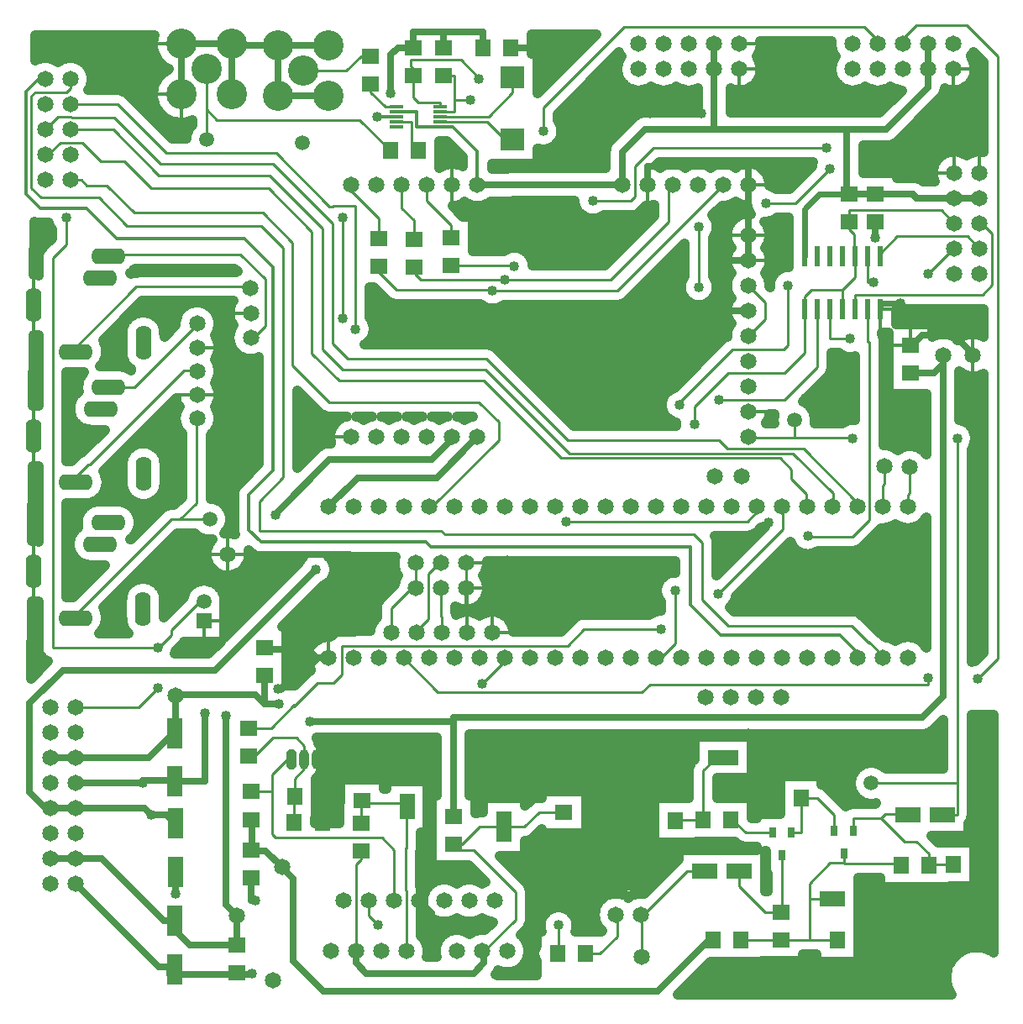
<source format=gbr>
G04 DipTrace 3.3.1.1*
G04 Top.gbr*
%MOIN*%
G04 #@! TF.FileFunction,Copper,L1,Top*
G04 #@! TF.Part,Single*
%AMOUTLINE0*
4,1,8,
-0.019685,-0.029528,
-0.009843,-0.03937,
0.009843,-0.03937,
0.019685,-0.029528,
0.019685,0.029528,
0.009843,0.03937,
-0.009843,0.03937,
-0.019685,0.029528,
-0.019685,-0.029528,
0*%
G04 #@! TA.AperFunction,Conductor*
%ADD14C,0.027559*%
%ADD15C,0.023622*%
%ADD16C,0.011811*%
%ADD17C,0.03*%
%ADD18C,0.03937*%
%ADD19C,0.01*%
G04 #@! TA.AperFunction,CopperBalancing*
%ADD20C,0.04*%
%ADD21C,0.012992*%
%ADD24R,0.062992X0.124016*%
%ADD25R,0.070866X0.062992*%
%ADD26R,0.062992X0.070866*%
%ADD28R,0.100394X0.062992*%
%ADD30R,0.124016X0.062992*%
%ADD32R,0.062992X0.100394*%
G04 #@! TA.AperFunction,ComponentPad*
%ADD33O,0.062992X0.137795*%
%ADD34O,0.137795X0.062992*%
%ADD35R,0.059055X0.059055*%
%ADD36C,0.059055*%
%ADD37C,0.065*%
%ADD38C,0.12*%
%ADD39C,0.059055*%
%ADD40O,0.03937X0.07874*%
%ADD42R,0.025591X0.041339*%
%ADD44R,0.023622X0.07874*%
%ADD45R,0.055118X0.011811*%
%ADD47R,0.094488X0.086614*%
G04 #@! TA.AperFunction,ComponentPad*
%ADD96OUTLINE0*%
%FSLAX26Y26*%
G04*
G70*
G90*
G75*
G01*
G04 Top*
%LPD*%
X1325920Y1025794D2*
D14*
Y1022287D1*
X1384311D1*
X1449945Y956654D1*
X629993Y1191390D2*
X904148D1*
X930374Y1165164D1*
X1025273Y1130076D2*
X990185Y1165164D1*
X930374D1*
X529993Y1191390D2*
X629993D1*
X1449945Y956654D2*
Y954999D1*
X1493588Y911356D1*
Y582635D1*
X1612403Y463820D1*
X2939735D1*
X3144361Y668446D1*
X3160182D1*
X1632782Y2385976D2*
X1749119Y2502314D1*
X2063035D1*
X2224307Y2663585D1*
X529993Y1191390D2*
X510395D1*
X447606Y1254178D1*
Y1606753D1*
X578329Y1737476D1*
X1183790D1*
X1583618Y2137304D1*
X1325920Y1025794D2*
X1330297D1*
Y1145669D1*
X1325252D1*
X1436673Y1602927D2*
X1434147Y1605453D1*
X1378394D1*
Y1715996D1*
Y1605453D2*
X1342777Y1641070D1*
X1024552D1*
Y1636886D1*
X1558268Y1535488D2*
X2128413D1*
Y1550739D1*
X3989928D1*
X4071928Y1632739D1*
Y2988339D1*
X629993Y1391390D2*
X529993D1*
X1022336Y1489051D2*
X1015962D1*
X918301Y1391390D1*
X629993D1*
X1024552Y1636886D2*
X1025169Y1636269D1*
Y1489051D1*
X1022336D1*
X3942127Y2917961D2*
X4036041D1*
X4071928Y2953848D1*
Y2988339D1*
X2128413Y1156388D2*
Y1535488D1*
X1880710Y4027344D2*
Y4179692D1*
X1909829Y4208811D1*
X1970601D1*
X3522480Y3382525D2*
D15*
Y3568875D1*
X3580184Y3626579D1*
X3699214D1*
X4013913Y4222690D2*
D14*
Y4122690D1*
X1022336Y744664D2*
Y708764D1*
X1081962Y649138D1*
X1269923D1*
X2124307Y2663585D2*
Y2654682D1*
X2043461Y2573836D1*
X1636749D1*
X1418710Y2355797D1*
X1423253D1*
X1970601Y4208811D2*
Y4270308D1*
X2088711D1*
X2246192D1*
Y4208811D1*
X3699214Y3626579D2*
X3802706D1*
Y3626614D1*
X3163913Y4122690D2*
Y4222690D1*
X3699214Y3626579D2*
X3690520D1*
Y3885403D1*
X3163913D1*
X2888764D1*
X2799058Y3795697D1*
Y3664675D1*
X629993Y991390D2*
X529993D1*
X2088711Y4270308D2*
Y4208811D1*
X2224307Y3663585D2*
D16*
Y3798001D1*
X2126604Y3895705D1*
X2075470D1*
X2799058Y3664675D2*
D14*
X2356253D1*
X2355164Y3663585D1*
X2224307D1*
X3163913Y4122690D2*
Y3885403D1*
X4116198Y3612331D2*
X4216198D1*
X1270510Y764469D2*
X1226146Y808833D1*
Y1555507D1*
X1227056Y1556417D1*
X1269923Y649138D2*
Y764469D1*
X1270510D1*
X3802706Y3626614D2*
X3952077D1*
X3966361Y3612331D1*
X4116198D1*
X2075470Y3895705D2*
D16*
X1983383D1*
Y3954760D1*
X1902241D1*
X629993Y991390D2*
D14*
X731340D1*
X978066Y744664D1*
X1022336D1*
X3690520Y3885403D2*
X3846972D1*
X4013913Y4052344D1*
Y4122690D1*
X629993Y891390D2*
X961054Y560329D1*
X1022336D1*
Y551751D1*
X629993Y1291390D2*
X895087D1*
Y1302383D1*
X1022336D1*
Y1296138D1*
X1341378Y824403D2*
X1325920D1*
Y915558D1*
X1378394Y1826232D2*
Y1821684D1*
X1551692D1*
X1587399Y1785976D1*
X1632782D1*
X1025336Y849564D2*
X1025273Y849627D1*
Y937163D1*
X896003Y1290768D2*
X895087Y1291390D1*
X1330971Y533756D2*
Y529383D1*
X1269923D1*
Y538902D1*
X1022336Y551751D2*
X1003490D1*
Y529383D1*
X1269923D1*
X1432719Y1663315D2*
D17*
X1443668D1*
X1500528Y1720175D1*
X1521597D1*
X1587399Y1785976D1*
X3822480Y3169927D2*
D15*
Y3193339D1*
X3903241D1*
X2356428Y4208811D2*
D14*
X2507484D1*
Y4212793D1*
X3802706Y3516378D2*
Y3454879D1*
X3802707D1*
X1902241Y3935075D2*
D16*
X1833581D1*
X1831320Y3932814D1*
X1827205D1*
X2899058Y3664675D2*
D14*
X2898213D1*
Y3736281D1*
X3299058D1*
Y3664675D1*
Y3464675D1*
Y3364675D1*
X3226531D1*
X3203790Y3341933D1*
Y3191530D1*
X3230301Y3165020D1*
X3299058D1*
Y3164675D1*
X2233972Y3116260D2*
D18*
X3066167D1*
Y3124436D1*
X3942127Y3028197D2*
D14*
X3950085D1*
X3988684Y3066795D1*
X4116424D1*
X4190038Y2993181D1*
Y2988339D1*
X2178598Y2163018D2*
D19*
Y2063018D1*
X2182782D1*
Y1885976D1*
X3112280Y3948705D2*
D14*
X2908677D1*
X1144269Y1568927D2*
Y1296138D1*
X1022336D1*
X1766867Y1330993D2*
X1778016D1*
Y1305668D1*
X1764118D1*
Y1417815D1*
X1944657D1*
Y1333895D1*
X2239352Y1418682D2*
X2330126D1*
Y1308885D1*
X3770556Y832218D2*
X3840404D1*
X3914346Y758276D1*
X4223409Y966402D2*
Y1102270D1*
X4222227D1*
X2884942Y1393411D2*
X2933062D1*
X2933959Y1392513D1*
X3005967D1*
X3914346Y758276D2*
X3908965D1*
X3819146Y668457D1*
X3763795D1*
X2899226Y1142345D2*
X2873743D1*
X2826283Y1189804D1*
Y1334752D1*
X2884942Y1393411D1*
X3399307Y1170009D2*
Y1184331D1*
X3397639Y1185999D1*
Y1231432D1*
X1944657Y1417815D2*
X1989820D1*
Y1418682D1*
X2674337Y768232D2*
D19*
Y869045D1*
X2682226D1*
Y989075D1*
X2646777Y1024524D1*
Y1285596D1*
X2567635D1*
X3770556Y832218D2*
X3763795D1*
Y668457D1*
X2042591Y623143D2*
D14*
Y713403D1*
X2330126Y1308885D2*
Y1417521D1*
X2442710D1*
X2504020Y1356211D1*
Y1359202D1*
X2577626Y1285596D1*
X2567635D1*
X1992591Y823143D2*
Y822673D1*
X2042591Y772673D1*
Y623143D1*
X1587558Y1382909D2*
D19*
X1669902D1*
Y1417815D1*
X1764118D1*
X1587558Y1382909D2*
X1665682D1*
Y1237207D1*
X1609845D1*
D14*
X1607990D1*
Y1134668D1*
X1944657Y1333895D2*
X1988728D1*
X2020883Y1301740D1*
Y938071D1*
X1992591Y909778D1*
Y823143D1*
X1047908Y4023033D2*
Y4223033D1*
X1247908D1*
X1174807Y4232843D2*
D19*
X1247908D1*
Y4223033D1*
X1434213Y4216587D2*
D14*
X1247908D1*
Y4223033D1*
X1434213Y4216587D2*
X1634213D1*
X1247908Y4223033D2*
Y4023033D1*
X1434213Y4216587D2*
Y4016587D1*
X1634213D1*
X1333585Y2196202D2*
X1715664D1*
Y2121454D1*
X3632761Y832218D2*
D19*
Y844378D1*
X3604928D1*
Y832045D1*
X3542999D1*
Y668457D1*
X3653559D1*
X3270419Y668446D2*
X3324336D1*
X3324534Y668644D1*
X3430546D1*
X3678073Y1009483D2*
Y971772D1*
X3735217D1*
X3735970Y971018D1*
X3905218D1*
Y964352D1*
X3604928Y832045D2*
X3603907Y831024D1*
X3542852D1*
Y891366D1*
X3624278Y972793D1*
X3678073D1*
Y1009483D1*
X3430546Y668644D2*
X3542999Y668457D1*
X2322445Y1108290D2*
X2330126Y1115971D1*
X2408818D1*
X2468206Y1175360D1*
X2567635D1*
X1742591Y623143D2*
D14*
Y576562D1*
X1783857Y535295D1*
X2207920D1*
X2248592Y575967D1*
Y617836D1*
X2242591D1*
Y623143D1*
X1742591D2*
D19*
X1749840D1*
X1741655Y631328D1*
Y967707D1*
X1762037Y988089D1*
Y1022315D1*
X2242591Y623143D2*
X2231677D1*
X2242591D2*
X2250934D1*
X2375423Y747631D1*
Y858283D1*
X2210941Y1022765D1*
X2128413D1*
Y1046152D1*
X2162555D1*
X2232374Y1115971D1*
X2330126D1*
X2932782Y1785976D2*
X2941576Y1777182D1*
X3007990Y1843596D1*
Y2054248D1*
X3534906Y2270293D2*
Y2268648D1*
X3714289D1*
X3781016Y2335375D1*
Y3040387D1*
X3772480D1*
Y3169927D1*
X3622480D2*
Y3052639D1*
X3703954D1*
X4012579Y3311866D2*
X4113043Y3412331D1*
X4116198D1*
X1534213Y4116587D2*
X1704408D1*
X1762341Y4174520D1*
X1800423D1*
X3183525Y2812178D2*
X3442850D1*
X3572480Y2941808D1*
Y3169927D1*
X1877993Y3799577D2*
X1755440Y3922131D1*
X1422978D1*
X1423702Y3921407D1*
X1190659D1*
X1147908Y3964157D1*
Y4123033D1*
Y3964157D2*
X1149597D1*
Y3844336D1*
X2364302Y3842669D2*
Y3812837D1*
X2261749Y3915390D1*
X2075470D1*
X4116198Y3512331D2*
X4065654Y3562875D1*
X3699214D1*
Y3516343D1*
X3672480Y3169927D2*
Y3248528D1*
X3722480Y3298528D1*
Y3382525D1*
X3522480Y3169927D2*
Y2998895D1*
X3441913Y2918328D1*
X3219408D1*
X3084961Y2783881D1*
Y2715176D1*
X3522480Y3169927D2*
Y3222504D1*
X3548504Y3248528D1*
X3672480D1*
X3699214Y3516343D2*
Y3487682D1*
X3718403Y3468493D1*
Y3413896D1*
X3722480Y3417974D1*
Y3382525D1*
X4216198Y3412331D2*
X4168697Y3459832D1*
X3890583D1*
X3822480Y3391730D1*
Y3382525D1*
X3732782Y1785976D2*
D16*
Y1808154D1*
X3663720Y1877215D1*
X3187799D1*
X3068194Y1996820D1*
Y2227614D1*
X2039570D1*
X2020512Y2246672D1*
X1364681D1*
X1315785Y2295568D1*
Y2433399D1*
X1414436Y2532050D1*
Y3336514D1*
X1300886Y3450064D1*
X792816D1*
X671890Y3570991D1*
X489736D1*
X432067Y3628660D1*
Y4033873D1*
X482594Y4084400D1*
X508434D1*
Y4083161D1*
X2078598Y2163018D2*
D19*
X2071808D1*
X2030113Y2121323D1*
Y1941888D1*
X1982782Y1894558D1*
Y1885976D1*
X2075470Y3935075D2*
X2268055D1*
X2364302Y4031322D1*
Y4090701D1*
X2078598Y2063018D2*
X2080953D1*
Y1952524D1*
X2082782D1*
Y1885976D1*
X1902241Y3974445D2*
X1858123D1*
X1800423Y4032146D1*
Y4064283D1*
X1978598Y2163018D2*
Y2063018D1*
Y2080276D1*
X1882782Y1984459D1*
Y1885976D1*
X760772Y2861696D2*
X861529D1*
X1111602Y3111769D1*
Y3113205D1*
X2242799Y1685391D2*
X2332782Y1775374D1*
Y1785976D1*
X2088711Y4098575D2*
X2131257D1*
Y4000289D1*
X2195455D1*
X2075470Y3954760D2*
X2131765D1*
Y4098575D1*
X2088711D1*
X630915Y2482974D2*
X680299D1*
X679343Y2483930D1*
X637010D1*
Y2510199D1*
X680797Y2553986D1*
X686182D1*
X1058635Y2926438D1*
X1111602D1*
Y2924975D1*
X630198Y3002357D2*
X613215D1*
X870222Y3259364D1*
X1318252D1*
Y3258332D1*
X1322287Y3254297D1*
X2229980Y4084080D2*
Y4089115D1*
X2159622Y4159474D1*
X1960825D1*
Y4132990D1*
X1970601Y4123214D1*
Y4098575D1*
Y4009761D1*
X1990601Y3989761D1*
X2075470D1*
Y3974445D1*
X1942591Y623143D2*
Y865123D1*
X1940677Y863210D1*
Y1034259D1*
X1942591Y1032345D1*
Y1196100D1*
X1944657D1*
X1766867Y1220757D2*
X1762009D1*
Y1149218D1*
X1762037Y1149190D1*
Y1132551D1*
X1944657Y1196100D2*
Y1209970D1*
X1766867D1*
Y1220757D1*
X1834029Y3451441D2*
Y3529962D1*
X1724307Y3639684D1*
Y3663585D1*
X1924307D2*
Y3571434D1*
X1972709Y3523033D1*
Y3448752D1*
X2024307Y3663585D2*
Y3600092D1*
X2120448Y3503951D1*
Y3454089D1*
X4069340Y1162793D2*
X4128105D1*
Y1289332D1*
Y2659029D1*
X3713619D2*
X3715264Y2660673D1*
X3481665D1*
X3290259D1*
X3294260Y2664675D1*
X3299058D1*
X3481665Y2732430D2*
Y2660673D1*
X3787159Y1289332D2*
X4128105D1*
X3532782Y2385976D2*
X3530802Y2383996D1*
Y2437424D1*
X3470346Y2497879D1*
Y2535096D1*
X3426079Y2579364D1*
X2555402D1*
X2247895Y2886870D1*
X1676189D1*
X1567681Y2995378D1*
Y3479194D1*
X1396615Y3650260D1*
X930657D1*
X824381Y3756537D1*
X730461D1*
X654937Y3832062D1*
X567802D1*
X518902Y3783161D1*
X508434D1*
X1111602Y2736745D2*
X1108203D1*
Y2400383D1*
X1044256Y2336434D1*
X1008063D1*
X624160Y1952531D1*
Y1945744D1*
X629340D1*
X1161907Y2337325D2*
X1044256Y2336434D1*
X1690277Y3135839D2*
Y3533925D1*
X1740500Y3092457D2*
Y3580906D1*
X1651703D1*
X1649514Y3578717D1*
X1637052D1*
X1425866Y3789903D1*
X988539D1*
X795280Y3983163D1*
X608434D1*
X3640672Y1100034D2*
Y1164925D1*
X3574165Y1231432D1*
X3507875D1*
Y1094403D1*
X3470601D1*
X3433199Y1003852D2*
Y778881D1*
X3430546D1*
X3366181D1*
X3262806Y882255D1*
Y940488D1*
X3395798Y1094403D2*
X3288209D1*
X3237480Y1145131D1*
X3230751D1*
X3009462Y1142345D2*
X3028643D1*
X3031429Y1145131D1*
X3120514D1*
Y1340251D1*
X3172777Y1392513D1*
X3198881D1*
X3732782Y2385976D2*
Y2401827D1*
X3517983Y2616626D1*
X3214955D1*
X3181119Y2650462D1*
X2582820D1*
X2260391Y2972891D1*
X1708386D1*
X1648682Y3032594D1*
Y3510466D1*
X1411261Y3747887D1*
X965041D1*
X782664Y3930264D1*
X612789D1*
Y3933469D1*
X558741D1*
X508434Y3883161D1*
X3432782Y2385976D2*
X3434571D1*
Y2296954D1*
X3179175Y2041558D1*
X2951211Y1901445D2*
X2646906D1*
X2581228Y1835768D1*
X1684948D1*
Y1719757D1*
X1654278Y1689088D1*
X1637651D1*
X1639840Y1686899D1*
X1589497D1*
X1497549Y1594950D1*
Y1599329D1*
X1405332Y1507113D1*
X1316734D1*
X1537558Y1382909D2*
Y1346801D1*
X1499609Y1308852D1*
Y1237207D1*
X1316734Y1396877D2*
X1338682D1*
X1412453Y1470647D1*
X1505423D1*
X1537558Y1438512D1*
Y1382909D1*
X1499609Y1237207D2*
X1497753D1*
Y1134668D1*
X1792591Y823143D2*
Y764433D1*
X1831001Y726022D1*
X2546230D2*
Y652302D1*
X2541375Y647448D1*
Y613298D1*
X760055Y3381079D2*
Y3398482D1*
X769928Y3388609D1*
X1284324D1*
X1381774Y3291159D1*
Y3102990D1*
X1335972Y3057188D1*
X1324476D1*
X3832782Y1785976D2*
Y1796336D1*
X3777732Y1851386D1*
Y1848436D1*
X3710423Y1915745D1*
X3219325D1*
X3116358Y2018713D1*
Y2243257D1*
X3082007Y2277609D1*
X2094841D1*
X2080903Y2291547D1*
X1359570D1*
Y2408310D1*
X1453841Y2502581D1*
Y3415709D1*
X1367583Y3501967D1*
X834266D1*
X723648Y3612585D1*
X491927D1*
X453959Y3650552D1*
Y4016744D1*
X468861Y4031646D1*
X593205D1*
X608434Y4046875D1*
Y4083161D1*
X3796152Y3279109D2*
X3771383D1*
Y3382525D1*
X3772480D1*
X3457576Y3265547D2*
Y3027209D1*
X3440257Y3009890D1*
X3236287D1*
X3027245Y2800848D1*
Y2790575D1*
X3102833Y3257663D2*
Y3496953D1*
X1902241Y3915390D2*
X1961517D1*
Y3799577D1*
X1988230D1*
X4113173Y966402D2*
X4015454D1*
Y964352D1*
Y1010589D1*
X3967398Y1058646D1*
X3919089D1*
X3826969Y1150766D1*
X3814610D1*
X3826967D2*
X3844104Y1167903D1*
X3931545D1*
Y1162793D1*
X3814610Y1150766D2*
X3715475D1*
Y1100034D1*
X1834029Y3341205D2*
Y3316060D1*
X1902385Y3247705D1*
X2268938D1*
X2272014Y3244629D1*
X2284013D1*
X2779012D1*
X3199058Y3664675D1*
X1972709Y3338516D2*
X1976999D1*
Y3309472D1*
X1997837Y3288634D1*
X2333471D1*
Y3286581D1*
X2752625D1*
X2983109Y3517066D1*
Y3664675D1*
X2999058D1*
X2370660Y3342465D2*
X2369272Y3343853D1*
X2120448D1*
X3299058Y3264675D2*
X3366560Y3197172D1*
Y3132177D1*
X3299058Y3064675D1*
X2876551Y599736D2*
Y762315D1*
X2874337D1*
Y768232D1*
X2883979D1*
X3056235Y940488D1*
X3125010D1*
X2577306Y2328860D2*
X3294441D1*
X3332782Y2367201D1*
Y2385976D1*
X1487558Y1382909D2*
X1468167D1*
X1410416Y1325159D1*
Y1255906D1*
X1325252D1*
X1410416D2*
Y1086605D1*
X1422566Y1074455D1*
X1844785D1*
X1893635Y1025605D1*
Y823143D1*
X1892591D1*
X4013209Y1708878D2*
Y1682520D1*
X2908364D1*
X2876844Y1651000D1*
X2067759D1*
X1932782Y1785976D1*
X4208438Y1703647D2*
X4288761Y1783970D1*
Y4173983D1*
X4165753Y4296991D1*
X3964705D1*
X3914882Y4247168D1*
Y4211075D1*
X3903266Y4222690D1*
X3913912D1*
X2485596Y3876406D2*
Y3969286D1*
X2807098Y4290789D1*
X3759105D1*
X3815644Y4234249D1*
Y4222690D1*
X3813912D1*
X3623988Y3727741D2*
X3485818Y3589571D1*
X3368148D1*
X2682127Y3600873D2*
X2682904Y3601650D1*
X2765024D1*
X2766147Y3600526D1*
X2833547D1*
X2849276Y3616255D1*
Y3737084D1*
X2922329Y3810138D1*
X3609332D1*
Y3810018D1*
X3722480Y3169927D2*
Y3228924D1*
X4229245D1*
X4266458Y3266136D1*
Y3469740D1*
X4225875Y3510323D1*
X4214190D1*
X4216198Y3512331D1*
X3632782Y2385976D2*
X3635886D1*
Y2439613D1*
X3476697Y2598802D1*
X2590696D1*
X2257450Y2932047D1*
X1687932D1*
X1609276Y3010703D1*
Y3492331D1*
X1399444Y3702163D1*
X960315D1*
X779318Y3883161D1*
X608434D1*
X2774337Y768232D2*
Y769759D1*
X2779420Y774841D1*
Y682133D1*
X2710585Y613298D1*
X2651612D1*
X2032782Y2385976D2*
X2043782D1*
X2308810Y2651004D1*
Y2723782D1*
X2230684Y2801908D1*
X1636365D1*
X1491058Y2947215D1*
Y3433222D1*
X1371646Y3552634D1*
X862689D1*
X752829Y3662493D1*
X672642D1*
X651972Y3683163D1*
X608434D1*
X591945Y3532793D2*
Y3427525D1*
X537787Y3373367D1*
Y1826605D1*
X956434D1*
Y1667668D2*
X880156Y1591390D1*
X629993D1*
X1138903Y2012047D2*
X1124371D1*
X1010657Y1898333D1*
Y1879067D1*
X958196Y1826605D1*
X956434D1*
X3832782Y2385976D2*
Y2472100D1*
X3839560Y2478878D1*
Y2546248D1*
X3932782Y2385976D2*
Y2433478D1*
X3940207Y2440903D1*
Y2543017D1*
D20*
X1583618Y2137304D3*
X1558268Y1535488D3*
X1330971Y533756D3*
X1144269Y1568927D3*
X2239352Y1418682D3*
X3007990Y2054248D3*
X3534906Y2270293D3*
X3703954Y3052639D3*
X4012579Y3311866D3*
X2242799Y1685391D3*
X2195455Y4000289D3*
X4128105Y2659029D3*
X3713619D3*
X1690277Y3135839D3*
Y3533925D3*
X1740500Y3092457D3*
X3179175Y2041558D3*
X2951211Y1901445D3*
X1831001Y726022D3*
X2546230D3*
X3457576Y3265547D3*
X3027245Y2790575D3*
X3102833Y3257663D3*
Y3496953D3*
X4208438Y1703647D3*
X3623988Y3727741D3*
X3368148Y3589571D3*
X591945Y3532793D3*
X956434Y1826605D3*
Y1667668D3*
X896003Y1290768D3*
X1432719Y1663315D3*
X1827205Y3932814D3*
X2233972Y3116260D3*
X3066167Y3124436D3*
X3112280Y3948705D3*
X2908677D3*
X1994016Y3131024D3*
X1715664Y2121454D3*
X3298778Y1488957D3*
X4244016Y1381024D3*
X3649052Y2897134D3*
X3899138Y2141963D3*
X2919508Y1999008D3*
X1171293Y2557890D3*
X1333585Y2196202D3*
X3379789Y2322559D3*
X2572738Y4211054D3*
X3488391Y4119993D3*
X3930692Y3801496D3*
X4207571Y1957205D3*
X2343840Y2173013D3*
X3463050Y2088736D3*
X3526504Y2816526D3*
X1797186Y3218157D3*
X1027328Y2560395D3*
X634795Y2637457D3*
X1015287Y3321379D3*
X2884942Y1393411D3*
X3399307Y1170009D3*
X4222227Y1102270D3*
X1989820Y1418682D3*
X1341378Y824403D3*
X1025336Y849564D3*
X3903241Y3193339D3*
X2507484Y4212793D3*
X3802707Y3454879D3*
X930374Y1165164D3*
X1436673Y1602927D3*
X1227056Y1556417D3*
X1423253Y2355797D3*
X1880710Y4027344D3*
X3183525Y2812178D3*
X3084961Y2715176D3*
X2229980Y4084080D3*
X3796152Y3279109D3*
X2284013Y3244629D3*
X2333471Y3288634D3*
X2370660Y3342465D3*
X2577306Y2328860D3*
X4013209Y1708878D3*
X2485596Y3876406D3*
X3609332Y3810018D3*
X2682127Y3600873D3*
X474182Y4223031D2*
X932318D1*
X2443542D2*
X2655297D1*
X3352022D2*
X3625820D1*
X473930Y4183163D2*
X939673D1*
X2467154D2*
X2615429D1*
X3342154D2*
X3635689D1*
X671222Y4143294D2*
X965833D1*
X2467154D2*
X2575562D1*
X2743642D2*
X2778379D1*
X3349438D2*
X3628367D1*
X4199463D2*
X4228172D1*
X694045Y4103425D2*
X966514D1*
X2467154D2*
X2535694D1*
X2703774D2*
X2778056D1*
X3349761D2*
X3628045D1*
X4199786D2*
X4228172D1*
X694223Y4063556D2*
X939925D1*
X2467154D2*
X2495827D1*
X2663907D2*
X2800125D1*
X3327728D2*
X3650114D1*
X4177717D2*
X4228172D1*
X838801Y4023688D2*
X932318D1*
X2624039D2*
X3094518D1*
X3233281D2*
X3888780D1*
X4076667D2*
X4228172D1*
X878668Y3983819D2*
X939423D1*
X2584172D2*
X3094518D1*
X3233281D2*
X3848912D1*
X4041860D2*
X4228172D1*
X918535Y3943950D2*
X965151D1*
X2546206D2*
X2855673D1*
X4001992D2*
X4228172D1*
X958403Y3904081D2*
X1088988D1*
X2555644D2*
X2810999D1*
X3962125D2*
X4228172D1*
X998270Y3864213D2*
X1066955D1*
X2560165D2*
X2771131D1*
X3922257D2*
X4228172D1*
X2075335Y3824344D2*
X2112656D1*
X2538743D2*
X2736287D1*
X3874352D2*
X4228172D1*
X2075335Y3784475D2*
X2152524D1*
X2467154D2*
X2729685D1*
X3759882D2*
X4068990D1*
X2075335Y3744606D2*
X2097764D1*
X2285795D2*
X2729685D1*
X2940825D2*
X2968924D1*
X3029207D2*
X3068898D1*
X3129217D2*
X3168907D1*
X3229190D2*
X3268916D1*
X3329199D2*
X3550391D1*
X3759882D2*
X4034541D1*
X3376997Y3704738D2*
X3516948D1*
X3893730D2*
X4028441D1*
X3387152Y3664869D2*
X3477080D1*
X2158585Y3585131D2*
X2190022D1*
X2258594D2*
X2608289D1*
X3230374D2*
X3267768D1*
X2163178Y3545262D2*
X2633013D1*
X2849786D2*
X2922526D1*
X3163702D2*
X3270997D1*
X469480Y3505394D2*
X521802D1*
X2211479D2*
X2887395D1*
X3177948D2*
X3221478D1*
X3376638D2*
X3455083D1*
X469230Y3465525D2*
X531348D1*
X2211479D2*
X2847528D1*
X3171165D2*
X3210963D1*
X3387152D2*
X3455083D1*
X468979Y3425656D2*
X506049D1*
X2211479D2*
X2807661D1*
X3163450D2*
X3220545D1*
X3377571D2*
X3455083D1*
X2431664Y3385787D2*
X2767794D1*
X3004232D2*
X3042236D1*
X3163450D2*
X3213655D1*
X3384461D2*
X3455083D1*
X2446161Y3345919D2*
X2727927D1*
X2964329D2*
X3042236D1*
X3163450D2*
X3213080D1*
X3385035D2*
X3455083D1*
X2924462Y3306050D2*
X3042236D1*
X3163450D2*
X3221836D1*
X2884594Y3266181D2*
X3027739D1*
X3177912D2*
X3210963D1*
X1801108Y3226312D2*
X1839720D1*
X2844727D2*
X3034449D1*
X3171201D2*
X3220222D1*
X881360Y3186444D2*
X1066273D1*
X1156950D2*
X1242357D1*
X1801108D2*
X2238286D1*
X2329753D2*
X3091469D1*
X3114218D2*
X3213833D1*
X943835Y3146575D2*
X1030388D1*
X1192798D2*
X1236831D1*
X1801108D2*
X3212937D1*
X3889890D2*
X4228172D1*
X978892Y3106706D2*
X1022495D1*
X1199437D2*
X1251831D1*
X1814672D2*
X3222231D1*
X4033176D2*
X4228172D1*
X761757Y3066837D2*
X811101D1*
X1185765D2*
X1236938D1*
X1811370D2*
X3210999D1*
X4106092D2*
X4155866D1*
X750957Y3026969D2*
X811101D1*
X1199329D2*
X1241997D1*
X2281094D2*
X3169337D1*
X753289Y2987100D2*
X812105D1*
X1193373D2*
X1274007D1*
X2330219D2*
X3129470D1*
X3633067D2*
X3671142D1*
X733768Y2947231D2*
X829904D1*
X1196710D2*
X1352916D1*
X2370087D2*
X3089567D1*
X3633067D2*
X3720411D1*
X598377Y2907362D2*
X649945D1*
X1197823D2*
X1352916D1*
X2409954D2*
X3049699D1*
X3621404D2*
X3720411D1*
X4141294D2*
X4163329D1*
X598377Y2867493D2*
X636488D1*
X1191291D2*
X1352916D1*
X2449822D2*
X3009832D1*
X3582219D2*
X3720411D1*
X4141294D2*
X4228172D1*
X598377Y2827625D2*
X622063D1*
X1199652D2*
X1352916D1*
X2489689D2*
X2961963D1*
X3542352D2*
X3720411D1*
X3841626D2*
X4002533D1*
X4141294D2*
X4228172D1*
X1004012Y2787756D2*
X1035377D1*
X1187811D2*
X1352916D1*
X1514428D2*
X1566463D1*
X2529556D2*
X2951699D1*
X3545007D2*
X3720411D1*
X3841626D2*
X4002533D1*
X4141294D2*
X4228172D1*
X964144Y2747887D2*
X1024253D1*
X1198971D2*
X1352916D1*
X1514428D2*
X1615480D1*
X2569424D2*
X2965766D1*
X3565318D2*
X3720411D1*
X3841626D2*
X4002533D1*
X4141294D2*
X4228172D1*
X598377Y2708018D2*
X638605D1*
X924277D2*
X1028559D1*
X1194629D2*
X1352916D1*
X1514428D2*
X1648888D1*
X2609291D2*
X3009724D1*
X3841626D2*
X4002533D1*
X4184320D2*
X4228172D1*
X598377Y2668150D2*
X716294D1*
X884374D2*
X1047613D1*
X1168791D2*
X1352916D1*
X1514428D2*
X1636329D1*
X3841626D2*
X4002533D1*
X4203123D2*
X4228172D1*
X598377Y2628281D2*
X676428D1*
X942614D2*
X1047613D1*
X1168791D2*
X1352916D1*
X1514428D2*
X1596570D1*
X3862080D2*
X4002533D1*
X4196772D2*
X4228172D1*
X598377Y2588412D2*
X631177D1*
X979144D2*
X1047613D1*
X1168791D2*
X1352916D1*
X1514428D2*
X1554873D1*
X4188697D2*
X4228172D1*
X764772Y2548543D2*
X811819D1*
X986034D2*
X1047613D1*
X1168791D2*
X1345596D1*
X4188697D2*
X4228172D1*
X751352Y2508675D2*
X811819D1*
X986034D2*
X1047613D1*
X1168791D2*
X1305728D1*
X4188697D2*
X4228172D1*
X754186Y2468806D2*
X812643D1*
X985209D2*
X1047613D1*
X1168791D2*
X1266471D1*
X4188697D2*
X4228172D1*
X735454Y2428937D2*
X829724D1*
X968127D2*
X1047613D1*
X1168791D2*
X1254270D1*
X4188697D2*
X4228172D1*
X598377Y2389068D2*
X665518D1*
X852867D2*
X983238D1*
X1228395D2*
X1254270D1*
X4188697D2*
X4228172D1*
X598377Y2349199D2*
X638462D1*
X879924D2*
X936766D1*
X4188697D2*
X4228172D1*
X598377Y2309331D2*
X636093D1*
X3871409D2*
X3894163D1*
X3971383D2*
X4002533D1*
X4188697D2*
X4228172D1*
X1025147Y2269462D2*
X1113461D1*
X3170520D2*
X3323029D1*
X3799139D2*
X4002533D1*
X4188697D2*
X4228172D1*
X985281Y2229593D2*
X1150781D1*
X3176942D2*
X3283163D1*
X3451241D2*
X3471984D1*
X3759272D2*
X4002533D1*
X4188697D2*
X4228172D1*
X945413Y2189724D2*
X1145110D1*
X1320475D2*
X1352701D1*
X3176942D2*
X3243295D1*
X3411374D2*
X4002533D1*
X4188697D2*
X4228172D1*
X598377Y2149856D2*
X737430D1*
X905546D2*
X1159967D1*
X1305618D2*
X1499718D1*
X1658109D2*
X1891538D1*
X2265664D2*
X3006675D1*
X3176942D2*
X3203428D1*
X3371507D2*
X4002533D1*
X4188697D2*
X4228172D1*
X598377Y2109987D2*
X697563D1*
X865642D2*
X1459850D1*
X1653803D2*
X1904850D1*
X2252350D2*
X2959056D1*
X3331639D2*
X4002533D1*
X4188697D2*
X4228172D1*
X598377Y2070118D2*
X657696D1*
X966118D2*
X1078259D1*
X1199545D2*
X1419983D1*
X1612895D2*
X1884396D1*
X2266382D2*
X2934152D1*
X3291772D2*
X4002533D1*
X4188697D2*
X4228172D1*
X785908Y2030249D2*
X811172D1*
X983558D2*
X1055831D1*
X1221972D2*
X1380115D1*
X1573028D2*
X1844529D1*
X2260066D2*
X2936521D1*
X3253878D2*
X4002533D1*
X4188697D2*
X4228172D1*
X746041Y1990381D2*
X810276D1*
X984455D2*
X1018655D1*
X1224018D2*
X1340249D1*
X1533160D2*
X1822496D1*
X2224971D2*
X2947394D1*
X3233245D2*
X4002533D1*
X4188697D2*
X4228172D1*
X753684Y1950512D2*
X810276D1*
X1224018D2*
X1300382D1*
X1493293D2*
X1822173D1*
X2340698D2*
X2614676D1*
X3759702D2*
X4002533D1*
X4188697D2*
X4228172D1*
X746076Y1910643D2*
X816913D1*
X1224018D2*
X1260478D1*
X1453425D2*
X1798382D1*
X2367180D2*
X2572045D1*
X3799570D2*
X4002533D1*
X4188697D2*
X4228172D1*
X1469429Y1870774D2*
X1636472D1*
X3842379D2*
X4002533D1*
X4188697D2*
X4228172D1*
X1046534Y1830906D2*
X1180744D1*
X1469429D2*
X1557707D1*
X4188697D2*
X4228172D1*
X458285Y1791037D2*
X489757D1*
X1469429D2*
X1544824D1*
X4188697D2*
X4211773D1*
X458034Y1751168D2*
X495571D1*
X1469429D2*
X1552217D1*
X1469429Y1711299D2*
X1529861D1*
X1448096Y1909328D2*
X1465427D1*
Y1676332D1*
X1498497Y1675975D1*
X1552739Y1729938D1*
X1559924Y1735159D1*
X1563818Y1737337D1*
X1562694Y1739496D1*
X1558045Y1747413D1*
X1554286Y1755790D1*
X1551463Y1764528D1*
X1549610Y1773521D1*
X1548748Y1782661D1*
X1548887Y1791843D1*
X1550026Y1800953D1*
X1552152Y1809886D1*
X1555239Y1818533D1*
X1559251Y1826793D1*
X1564138Y1834564D1*
X1569844Y1841759D1*
X1576301Y1848287D1*
X1583429Y1854073D1*
X1591147Y1859047D1*
X1599361Y1863151D1*
X1607974Y1866333D1*
X1616882Y1868559D1*
X1625979Y1869801D1*
X1635157Y1870043D1*
X1639707Y1869786D1*
X1644925Y1875790D1*
X1651678Y1881558D1*
X1659252Y1886198D1*
X1667457Y1889597D1*
X1676093Y1891671D1*
X1684965Y1892367D1*
X1798941Y1892575D1*
X1799718Y1899133D1*
X1801005Y1905609D1*
X1802798Y1911965D1*
X1805084Y1918160D1*
X1807849Y1924157D1*
X1811075Y1929919D1*
X1814744Y1935409D1*
X1818832Y1940594D1*
X1826175Y1948088D1*
X1826357Y1988900D1*
X1827745Y1997672D1*
X1830491Y2006119D1*
X1834522Y2014033D1*
X1839743Y2021218D1*
X1855751Y2037472D1*
X1895766Y2077488D1*
X1898614Y2089007D1*
X1900900Y2095202D1*
X1903665Y2101199D1*
X1906891Y2106961D1*
X1910991Y2112999D1*
X1906891Y2119076D1*
X1903665Y2124837D1*
X1900900Y2130835D1*
X1898614Y2137030D1*
X1896822Y2143386D1*
X1895534Y2149862D1*
X1894757Y2156420D1*
X1894499Y2163018D1*
X1894757Y2169617D1*
X1895534Y2176175D1*
X1896822Y2182651D1*
X1898677Y2189176D1*
X1632999Y2189167D1*
X1638063Y2183804D1*
X1644667Y2174715D1*
X1649768Y2164705D1*
X1653240Y2154020D1*
X1654997Y2142923D1*
Y2131686D1*
X1653240Y2120589D1*
X1649768Y2109904D1*
X1644667Y2099894D1*
X1638063Y2090804D1*
X1630118Y2082860D1*
X1621029Y2076256D1*
X1611018Y2071155D1*
X1609308Y2070524D1*
X1448094Y1909320D1*
X3885890Y3111293D2*
X4029160D1*
Y3060747D1*
X4039744Y3066037D1*
X4045940Y3068323D1*
X4052295Y3070115D1*
X4058772Y3071403D1*
X4065329Y3072180D1*
X4071928Y3072438D1*
X4078526Y3072180D1*
X4085084Y3071403D1*
X4091560Y3070115D1*
X4097916Y3068323D1*
X4104112Y3066037D1*
X4110109Y3063272D1*
X4115870Y3060046D1*
X4121361Y3056377D1*
X4126546Y3052289D1*
X4130959Y3048209D1*
X4137759Y3054214D1*
X4145252Y3059521D1*
X4153278Y3063979D1*
X4161743Y3067535D1*
X4170546Y3070148D1*
X4179580Y3071786D1*
X4188739Y3072429D1*
X4197915Y3072070D1*
X4206995Y3070711D1*
X4215874Y3068371D1*
X4224445Y3065079D1*
X4232163Y3061123D1*
X4232161Y3172365D1*
X3885870Y3172324D1*
X3885891Y3111295D1*
X3855100Y2945101D2*
X3855094Y3078955D1*
X3829087Y3078957D1*
X3829274Y3069961D1*
X3833307Y3062047D1*
X3836051Y3053600D1*
X3837441Y3044828D1*
X3837615Y3022014D1*
Y2630339D1*
X3846159Y2630089D1*
X3852717Y2629312D1*
X3859193Y2628025D1*
X3865549Y2626232D1*
X3871744Y2623946D1*
X3877741Y2621181D1*
X3883503Y2617955D1*
X3892012Y2611907D1*
X3902026Y2617950D1*
X3908024Y2620715D1*
X3914219Y2623001D1*
X3920575Y2624794D1*
X3927051Y2626081D1*
X3933609Y2626858D1*
X3940207Y2627117D1*
X3946806Y2626858D1*
X3953364Y2626081D1*
X3959840Y2624794D1*
X3966196Y2623001D1*
X3972391Y2620715D1*
X3978388Y2617950D1*
X3984150Y2614724D1*
X3989640Y2611055D1*
X3994825Y2606967D1*
X3999675Y2602484D1*
X4006537Y2594617D1*
X4006549Y2834895D1*
X3855094Y2834865D1*
Y2945136D1*
X3755899Y3709710D2*
X3889739D1*
Y3692020D1*
X3952077Y3691993D1*
X3962304Y3691189D1*
X3972281Y3688794D1*
X3981759Y3684867D1*
X3990522Y3679495D1*
X3993920Y3677710D1*
X4039529D1*
X4035894Y3687350D1*
X4033650Y3696253D1*
X4032388Y3705349D1*
X4032127Y3714526D1*
X4032867Y3723678D1*
X4034601Y3732696D1*
X4037307Y3741469D1*
X4040954Y3749895D1*
X4045497Y3757874D1*
X4050883Y3765311D1*
X4057049Y3772115D1*
X4063919Y3778206D1*
X4071412Y3783513D1*
X4079438Y3787971D1*
X4087903Y3791528D1*
X4096706Y3794140D1*
X4105740Y3795778D1*
X4114899Y3796421D1*
X4124075Y3796062D1*
X4133155Y3794703D1*
X4142034Y3792364D1*
X4150605Y3789071D1*
X4158765Y3784862D1*
X4166192Y3779954D1*
X4172978Y3784475D1*
X4181100Y3788756D1*
X4189640Y3792127D1*
X4198497Y3794547D1*
X4207566Y3795987D1*
X4216736Y3796429D1*
X4225902Y3795869D1*
X4232161Y3794896D1*
Y4150568D1*
X4191774Y4190925D1*
X4188484Y4183808D1*
X4183802Y4175911D1*
X4181531Y4172690D1*
X4186148Y4165757D1*
X4190412Y4157626D1*
X4193765Y4149077D1*
X4196165Y4140215D1*
X4197587Y4131144D1*
X4198012Y4122690D1*
X4197510Y4113522D1*
X4196013Y4104463D1*
X4193537Y4095622D1*
X4190112Y4087102D1*
X4185778Y4079008D1*
X4180588Y4071434D1*
X4174602Y4064471D1*
X4167894Y4058202D1*
X4160542Y4052701D1*
X4152635Y4048035D1*
X4144265Y4044259D1*
X4135534Y4041417D1*
X4126546Y4039545D1*
X4117406Y4038663D1*
X4108226Y4038782D1*
X4099112Y4039903D1*
X4090175Y4042009D1*
X4081521Y4045079D1*
X4079004Y4046182D1*
X4077487Y4037081D1*
X4074316Y4027324D1*
X4069659Y4018184D1*
X4063629Y4009883D1*
X4047152Y3993122D1*
X3889433Y3835688D1*
X3881133Y3829657D1*
X3871992Y3825000D1*
X3862235Y3821829D1*
X3852102Y3820224D1*
X3828600Y3820024D1*
X3755934D1*
X3755899Y3709678D1*
X2071325Y3838202D2*
Y3733349D1*
X2074287Y3731193D1*
X2081087Y3735730D1*
X2089209Y3740010D1*
X2097749Y3743382D1*
X2106606Y3745802D1*
X2115675Y3747241D1*
X2124845Y3747684D1*
X2134010Y3747123D1*
X2143059Y3745568D1*
X2151885Y3743035D1*
X2160382Y3739555D1*
X2166806Y3736156D1*
X2166802Y3774217D1*
X2102778Y3838206D1*
X2071343Y3838199D1*
X2439524Y4260843D2*
Y4185615D1*
X2463146Y4185608D1*
Y4026892D1*
X2697409Y4261144D1*
X2439499Y4260846D1*
X464196Y3307416D2*
X473329Y3306734D1*
X481188Y3305316D1*
X481362Y3377808D1*
X482751Y3386580D1*
X485496Y3395028D1*
X489528Y3402941D1*
X494748Y3410126D1*
X510757Y3426381D1*
X535344Y3450969D1*
X535345Y3488923D1*
X530896Y3495382D1*
X525795Y3505392D1*
X523056Y3513478D1*
X485224Y3513663D1*
X476312Y3515073D1*
X467714Y3517870D1*
X465558Y3516052D1*
X464194Y3307390D1*
X481181Y3068549D2*
X471827Y3066953D1*
X462623Y3066437D1*
X460801Y2788013D1*
X470394Y2787745D1*
X479484Y2786457D1*
X481190Y2786098D1*
X481188Y3068521D1*
X864509Y3332016D2*
X860643Y3327112D1*
X856214Y3322322D1*
X851424Y3317892D1*
X845982Y3313640D1*
X848562Y3311655D1*
X857009Y3314400D1*
X865781Y3315789D1*
X888594Y3315963D1*
X1265127D1*
X1271579Y3321329D1*
X1260886Y3332004D1*
X864514Y3332009D1*
X750440Y2995837D2*
X749673Y2989358D1*
X748400Y2982958D1*
X746629Y2976678D1*
X744370Y2970558D1*
X741639Y2964633D1*
X738450Y2958940D1*
X734825Y2953514D1*
X727448Y2944778D1*
X798173Y2944791D1*
X804693Y2944535D1*
X811172Y2943769D1*
X817572Y2942496D1*
X823852Y2940724D1*
X829972Y2938466D1*
X835898Y2935735D1*
X841591Y2932546D1*
X847957Y2928180D1*
X849370Y2932619D1*
X844245Y2936659D1*
X839455Y2941088D1*
X835026Y2945878D1*
X830987Y2951003D1*
X827362Y2956428D1*
X824173Y2962121D1*
X821442Y2968046D1*
X819184Y2974167D1*
X817412Y2980446D1*
X816139Y2986846D1*
X815373Y2993325D1*
X815117Y3009031D1*
Y3074648D1*
X815373Y3081168D1*
X816139Y3087647D1*
X817412Y3094047D1*
X819184Y3100327D1*
X821442Y3106448D1*
X824173Y3112373D1*
X827362Y3118066D1*
X830987Y3123491D1*
X835026Y3128615D1*
X839455Y3133406D1*
X844245Y3137835D1*
X849370Y3141874D1*
X854795Y3145499D1*
X860488Y3148688D1*
X866413Y3151419D1*
X872534Y3153677D1*
X878814Y3155449D1*
X885214Y3156722D1*
X891693Y3157488D1*
X898213Y3157744D1*
X904732Y3157488D1*
X911211Y3156722D1*
X917612Y3155449D1*
X923891Y3153677D1*
X930012Y3151419D1*
X935937Y3148688D1*
X941630Y3145499D1*
X947055Y3141874D1*
X952180Y3137835D1*
X956970Y3133406D1*
X961399Y3128615D1*
X965438Y3123491D1*
X969063Y3118066D1*
X972252Y3112373D1*
X974983Y3106448D1*
X977241Y3100327D1*
X979013Y3094047D1*
X980286Y3087647D1*
X981052Y3081168D1*
X981308Y3061551D1*
X1027669Y3107881D1*
X1027761Y3119803D1*
X1028538Y3126361D1*
X1029825Y3132837D1*
X1031618Y3139193D1*
X1033904Y3145388D1*
X1036669Y3151386D1*
X1039895Y3157147D1*
X1043564Y3162638D1*
X1047652Y3167823D1*
X1052135Y3172672D1*
X1056984Y3177155D1*
X1062169Y3181243D1*
X1067660Y3184912D1*
X1073421Y3188138D1*
X1079419Y3190903D1*
X1085614Y3193189D1*
X1091970Y3194982D1*
X1098446Y3196269D1*
X1105004Y3197046D1*
X1111602Y3197304D1*
X1118201Y3197046D1*
X1124759Y3196269D1*
X1131235Y3194982D1*
X1137591Y3193189D1*
X1143786Y3190903D1*
X1149783Y3188138D1*
X1155545Y3184912D1*
X1161035Y3181243D1*
X1166220Y3177155D1*
X1171070Y3172672D1*
X1175552Y3167823D1*
X1179640Y3162638D1*
X1183310Y3157147D1*
X1186535Y3151386D1*
X1189301Y3145388D1*
X1191587Y3139193D1*
X1193379Y3132837D1*
X1194667Y3126361D1*
X1195444Y3119803D1*
X1195702Y3113205D1*
X1195444Y3106606D1*
X1194667Y3100049D1*
X1193379Y3093572D1*
X1191587Y3087217D1*
X1189301Y3081021D1*
X1186535Y3075024D1*
X1181260Y3066196D1*
X1185651Y3058961D1*
X1189555Y3050651D1*
X1192531Y3041965D1*
X1194543Y3033007D1*
X1195566Y3023882D1*
X1195622Y3015417D1*
X1194720Y3006280D1*
X1192829Y2997295D1*
X1189969Y2988570D1*
X1186175Y2980209D1*
X1181301Y2972033D1*
X1186535Y2963156D1*
X1189301Y2957159D1*
X1191587Y2950963D1*
X1193379Y2944608D1*
X1194667Y2938131D1*
X1195444Y2931573D1*
X1195702Y2924975D1*
X1195444Y2918377D1*
X1194667Y2911819D1*
X1193379Y2905343D1*
X1191587Y2898987D1*
X1189301Y2892791D1*
X1186535Y2886794D1*
X1181260Y2877966D1*
X1185651Y2870731D1*
X1189555Y2862421D1*
X1192531Y2853735D1*
X1194543Y2844777D1*
X1195566Y2835652D1*
X1195622Y2827188D1*
X1194720Y2818050D1*
X1192829Y2809066D1*
X1189969Y2800340D1*
X1186175Y2791979D1*
X1181301Y2783803D1*
X1186535Y2774927D1*
X1189301Y2768929D1*
X1191587Y2762734D1*
X1193379Y2756378D1*
X1194667Y2749902D1*
X1195444Y2743344D1*
X1195702Y2736745D1*
X1195444Y2730147D1*
X1194667Y2723589D1*
X1193379Y2717113D1*
X1191587Y2710757D1*
X1189301Y2704562D1*
X1186535Y2698564D1*
X1183310Y2692803D1*
X1179640Y2687312D1*
X1175552Y2682127D1*
X1171070Y2677278D1*
X1164823Y2671693D1*
X1164803Y2418417D1*
X1174598Y2417454D1*
X1180845Y2416211D1*
X1186976Y2414483D1*
X1192953Y2412277D1*
X1198738Y2409610D1*
X1204295Y2406499D1*
X1209592Y2402959D1*
X1214594Y2399016D1*
X1219273Y2394692D1*
X1223597Y2390013D1*
X1227541Y2385010D1*
X1231080Y2379714D1*
X1234192Y2374156D1*
X1236858Y2368371D1*
X1239064Y2362395D1*
X1240793Y2356264D1*
X1242035Y2350017D1*
X1242785Y2343690D1*
X1243034Y2337325D1*
X1242785Y2330961D1*
X1242035Y2324634D1*
X1240793Y2318387D1*
X1239064Y2312256D1*
X1236858Y2306280D1*
X1234192Y2300495D1*
X1231080Y2294937D1*
X1227541Y2289640D1*
X1220608Y2281403D1*
X1229648Y2282226D1*
X1238828Y2282066D1*
X1247937Y2280907D1*
X1256865Y2278762D1*
X1261260Y2277311D1*
X1258987Y2286572D1*
X1258280Y2295568D1*
X1258457Y2437911D1*
X1259867Y2446823D1*
X1262656Y2455406D1*
X1266753Y2463445D1*
X1272058Y2470745D1*
X1288114Y2487052D1*
X1356953Y2555892D1*
X1356930Y2979634D1*
X1350465Y2977203D1*
X1344109Y2975411D1*
X1337633Y2974123D1*
X1331075Y2973346D1*
X1324476Y2973088D1*
X1317878Y2973346D1*
X1311320Y2974123D1*
X1304844Y2975411D1*
X1298488Y2977203D1*
X1292293Y2979490D1*
X1286295Y2982255D1*
X1280534Y2985480D1*
X1275043Y2989150D1*
X1269858Y2993238D1*
X1265009Y2997720D1*
X1260526Y3002570D1*
X1256438Y3007755D1*
X1252769Y3013245D1*
X1249543Y3019007D1*
X1246778Y3025004D1*
X1244492Y3031199D1*
X1242699Y3037555D1*
X1241412Y3044031D1*
X1240635Y3050589D1*
X1240377Y3057188D1*
X1240635Y3063786D1*
X1241412Y3070344D1*
X1242699Y3076820D1*
X1244492Y3083176D1*
X1246778Y3089371D1*
X1249543Y3095369D1*
X1252769Y3101130D1*
X1256194Y3106256D1*
X1251496Y3113522D1*
X1247375Y3121727D1*
X1244173Y3130332D1*
X1241929Y3139235D1*
X1240668Y3148331D1*
X1240407Y3157508D1*
X1241147Y3166660D1*
X1242881Y3175677D1*
X1245587Y3184450D1*
X1249234Y3192877D1*
X1253777Y3200856D1*
X1255046Y3202761D1*
X893634Y3202764D1*
X737777Y3046874D1*
X741639Y3040081D1*
X744370Y3034156D1*
X746629Y3028035D1*
X748400Y3021756D1*
X749673Y3015356D1*
X750440Y3008877D1*
X750696Y3002357D1*
X750440Y2995837D1*
X663474Y2919261D2*
X594361D1*
X594387Y2566081D1*
X612854Y2566070D1*
X644038Y2597025D1*
X651223Y2602245D1*
X659151Y2606999D1*
X744688Y2692535D1*
X690887Y2692546D1*
X684367Y2692802D1*
X677888Y2693568D1*
X671488Y2694841D1*
X665209Y2696613D1*
X659088Y2698871D1*
X653163Y2701602D1*
X647470Y2704791D1*
X642045Y2708416D1*
X636920Y2712455D1*
X632130Y2716885D1*
X627701Y2721675D1*
X623661Y2726799D1*
X620037Y2732224D1*
X616848Y2737917D1*
X614117Y2743843D1*
X611858Y2749963D1*
X610087Y2756243D1*
X608814Y2762643D1*
X608047Y2769122D1*
X607791Y2775642D1*
X608047Y2782161D1*
X608814Y2788640D1*
X610087Y2795041D1*
X611858Y2801320D1*
X614117Y2807441D1*
X616848Y2813366D1*
X620037Y2819059D1*
X623661Y2824484D1*
X627701Y2829609D1*
X632130Y2834399D1*
X636920Y2838828D1*
X642362Y2843080D1*
X640530Y2855176D1*
X640274Y2861696D1*
X640530Y2868215D1*
X641297Y2874694D1*
X642570Y2881094D1*
X644341Y2887374D1*
X646600Y2893495D1*
X649331Y2899420D1*
X652520Y2905113D1*
X656144Y2910538D1*
X663522Y2919274D1*
X481184Y2549005D2*
X472543Y2547570D1*
X463377Y2547054D1*
X459223Y2547157D1*
X457289Y2250696D1*
X465152Y2250748D1*
X474290Y2249864D1*
X481182Y2248505D1*
X481188Y2548990D1*
X751156Y2476454D2*
X750390Y2469975D1*
X749117Y2463575D1*
X747345Y2457295D1*
X745087Y2451175D1*
X742356Y2445249D1*
X739167Y2439556D1*
X735542Y2434131D1*
X731503Y2429007D1*
X727073Y2424217D1*
X722283Y2419787D1*
X717159Y2415748D1*
X711734Y2412123D1*
X706041Y2408934D1*
X700115Y2406203D1*
X693995Y2403945D1*
X687715Y2402173D1*
X681315Y2400900D1*
X674836Y2400134D1*
X659130Y2399878D1*
X594390D1*
X594387Y2028823D1*
X620395Y2028840D1*
X746912Y2155328D1*
X689312Y2155316D1*
X682793Y2155572D1*
X676314Y2156339D1*
X669913Y2157612D1*
X663634Y2159383D1*
X657513Y2161642D1*
X651588Y2164373D1*
X645895Y2167562D1*
X640470Y2171186D1*
X635345Y2175226D1*
X630555Y2179655D1*
X626126Y2184445D1*
X622087Y2189570D1*
X618462Y2194995D1*
X615273Y2200688D1*
X612542Y2206613D1*
X610283Y2212734D1*
X608512Y2219013D1*
X607239Y2225413D1*
X606472Y2231892D1*
X606217Y2238412D1*
X606472Y2244932D1*
X607239Y2251411D1*
X608512Y2257811D1*
X610283Y2264091D1*
X612542Y2270211D1*
X615273Y2276136D1*
X618462Y2281829D1*
X622087Y2287255D1*
X626126Y2292379D1*
X630555Y2297169D1*
X635345Y2301598D1*
X640787Y2305850D1*
X638955Y2317946D1*
X638699Y2324466D1*
X638955Y2330986D1*
X639722Y2337465D1*
X640995Y2343865D1*
X642766Y2350144D1*
X645025Y2356265D1*
X647756Y2362190D1*
X650945Y2367883D1*
X654570Y2373308D1*
X658609Y2378433D1*
X663038Y2383223D1*
X667828Y2387652D1*
X672953Y2391692D1*
X678378Y2395316D1*
X684071Y2398505D1*
X689996Y2401236D1*
X696117Y2403495D1*
X702396Y2405266D1*
X708797Y2406539D1*
X715276Y2407306D1*
X730982Y2407562D1*
X796598D1*
X803118Y2407306D1*
X809597Y2406539D1*
X815997Y2405266D1*
X822277Y2403495D1*
X828398Y2401236D1*
X834323Y2398505D1*
X840016Y2395316D1*
X845441Y2391692D1*
X850566Y2387652D1*
X855356Y2383223D1*
X859785Y2378433D1*
X863824Y2373308D1*
X867449Y2367883D1*
X870638Y2362190D1*
X873369Y2356265D1*
X875627Y2350144D1*
X877399Y2343865D1*
X878672Y2337465D1*
X879438Y2330986D1*
X879694Y2324466D1*
X879438Y2317946D1*
X878672Y2311467D1*
X877399Y2305067D1*
X875627Y2298787D1*
X873369Y2292667D1*
X870638Y2286741D1*
X867449Y2281049D1*
X863824Y2275623D1*
X859785Y2270499D1*
X855356Y2265709D1*
X850566Y2261280D1*
X845123Y2257028D1*
X850463Y2258879D1*
X971304Y2379474D1*
X978490Y2384694D1*
X986403Y2388726D1*
X994850Y2391471D1*
X1003622Y2392860D1*
X1020802Y2393034D1*
X1051606Y2423829D1*
X1051604Y2677804D1*
X1043564Y2687312D1*
X1039895Y2692803D1*
X1036669Y2698564D1*
X1033904Y2704562D1*
X1031618Y2710757D1*
X1029825Y2717113D1*
X1028538Y2723589D1*
X1027761Y2730147D1*
X1027503Y2736745D1*
X1027761Y2743344D1*
X1028538Y2749902D1*
X1029825Y2756378D1*
X1031618Y2762734D1*
X1033904Y2768929D1*
X1036669Y2774927D1*
X1041945Y2783755D1*
X1037724Y2790675D1*
X1033785Y2798967D1*
X1030772Y2807640D1*
X1028739Y2816499D1*
X738982Y2526740D1*
X742356Y2520698D1*
X745087Y2514773D1*
X747345Y2508652D1*
X749117Y2502373D1*
X750390Y2495972D1*
X751156Y2489493D1*
X751412Y2482974D1*
X751156Y2476454D1*
X815835Y2555240D2*
X816089Y2561785D1*
X816856Y2568264D1*
X818129Y2574664D1*
X819900Y2580944D1*
X822159Y2587064D1*
X824890Y2592990D1*
X828079Y2598682D1*
X831703Y2604108D1*
X835743Y2609232D1*
X840172Y2614022D1*
X844962Y2618451D1*
X850087Y2622491D1*
X855512Y2626115D1*
X861205Y2629304D1*
X867130Y2632035D1*
X873251Y2634294D1*
X879530Y2636066D1*
X885930Y2637339D1*
X892409Y2638105D1*
X898929Y2638361D1*
X905449Y2638105D1*
X911928Y2637339D1*
X918328Y2636066D1*
X924608Y2634294D1*
X930728Y2632035D1*
X936654Y2629304D1*
X942346Y2626115D1*
X947772Y2622491D1*
X952896Y2618451D1*
X957686Y2614022D1*
X962115Y2609232D1*
X966155Y2604108D1*
X969780Y2598682D1*
X972969Y2592990D1*
X975699Y2587064D1*
X977958Y2580944D1*
X979730Y2574664D1*
X981003Y2568264D1*
X981769Y2561785D1*
X982025Y2546079D1*
X981990Y2480462D1*
X981769Y2473942D1*
X981003Y2467463D1*
X979730Y2461063D1*
X977958Y2454783D1*
X975699Y2448663D1*
X972969Y2442738D1*
X969780Y2437045D1*
X966155Y2431619D1*
X962115Y2426495D1*
X957686Y2421705D1*
X952896Y2417276D1*
X947772Y2413236D1*
X942346Y2409612D1*
X936654Y2406423D1*
X930728Y2403692D1*
X924608Y2401433D1*
X918328Y2399661D1*
X911928Y2398388D1*
X905449Y2397622D1*
X898929Y2397366D1*
X892409Y2397622D1*
X885930Y2398388D1*
X879530Y2399661D1*
X873251Y2401433D1*
X867130Y2403692D1*
X861205Y2406423D1*
X855512Y2409612D1*
X850087Y2413236D1*
X844962Y2417276D1*
X840172Y2421705D1*
X835743Y2426495D1*
X831703Y2431619D1*
X828079Y2437045D1*
X824890Y2442738D1*
X822159Y2448663D1*
X819900Y2454783D1*
X818129Y2461063D1*
X816856Y2467463D1*
X816089Y2473942D1*
X815833Y2489648D1*
Y2555064D1*
X3366629Y2309045D2*
X3358770Y2305992D1*
X3349202Y2303560D1*
X3331199Y2285820D1*
X3324014Y2280600D1*
X3316101Y2276568D1*
X3307654Y2273823D1*
X3298882Y2272434D1*
X3276068Y2272260D1*
X3164934D1*
X3168650Y2264917D1*
X3171395Y2256470D1*
X3172783Y2247698D1*
X3172958Y2224885D1*
Y2115402D1*
X3366528Y2308957D1*
X3907958Y4038824D2*
X3900756Y4039626D1*
X3894280Y4040913D1*
X3887924Y4042706D1*
X3881728Y4044992D1*
X3875731Y4047757D1*
X3869970Y4050983D1*
X3863932Y4055083D1*
X3857854Y4050983D1*
X3852093Y4047757D1*
X3846096Y4044992D1*
X3839900Y4042706D1*
X3833545Y4040913D1*
X3827068Y4039626D1*
X3820510Y4038849D1*
X3813912Y4038591D1*
X3807314Y4038849D1*
X3800756Y4039626D1*
X3794280Y4040913D1*
X3787924Y4042706D1*
X3781728Y4044992D1*
X3775731Y4047757D1*
X3769970Y4050983D1*
X3763932Y4055083D1*
X3757856Y4050983D1*
X3752094Y4047757D1*
X3746097Y4044992D1*
X3739902Y4042706D1*
X3733546Y4040913D1*
X3727070Y4039626D1*
X3720512Y4038849D1*
X3713913Y4038591D1*
X3707315Y4038849D1*
X3700757Y4039626D1*
X3694281Y4040913D1*
X3687925Y4042706D1*
X3681730Y4044992D1*
X3675732Y4047757D1*
X3669971Y4050983D1*
X3664480Y4054652D1*
X3659295Y4058740D1*
X3654446Y4063223D1*
X3649963Y4068072D1*
X3645875Y4073257D1*
X3642206Y4078748D1*
X3638980Y4084509D1*
X3636215Y4090507D1*
X3633929Y4096702D1*
X3632136Y4103058D1*
X3630849Y4109534D1*
X3630072Y4116092D1*
X3629814Y4122690D1*
X3630072Y4129289D1*
X3630849Y4135846D1*
X3632136Y4142323D1*
X3633929Y4148678D1*
X3636215Y4154874D1*
X3638980Y4160871D1*
X3642206Y4166633D1*
X3646306Y4172671D1*
X3642206Y4178748D1*
X3638980Y4184509D1*
X3636215Y4190507D1*
X3633929Y4196702D1*
X3632136Y4203058D1*
X3630849Y4209534D1*
X3630072Y4216092D1*
X3629814Y4222690D1*
X3630652Y4234181D1*
X3347190Y4234189D1*
X3347961Y4225646D1*
X3347832Y4217182D1*
X3346731Y4208067D1*
X3344643Y4199126D1*
X3341593Y4190465D1*
X3337617Y4182189D1*
X3332762Y4174395D1*
X3331531Y4172690D1*
X3336148Y4165757D1*
X3340412Y4157626D1*
X3343765Y4149077D1*
X3346165Y4140215D1*
X3347587Y4131144D1*
X3348012Y4122690D1*
X3347510Y4113522D1*
X3346013Y4104463D1*
X3343537Y4095622D1*
X3340112Y4087102D1*
X3335778Y4079008D1*
X3330588Y4071434D1*
X3324602Y4064471D1*
X3317894Y4058202D1*
X3310542Y4052701D1*
X3302635Y4048035D1*
X3294265Y4044259D1*
X3285534Y4041417D1*
X3276546Y4039545D1*
X3267406Y4038663D1*
X3258226Y4038782D1*
X3249112Y4039903D1*
X3240175Y4042009D1*
X3231521Y4045079D1*
X3229291Y4046051D1*
X3229293Y3950769D1*
X3819882Y3950782D1*
X3907896Y4038787D1*
X2262678Y2061181D2*
X2261976Y2052026D1*
X2260282Y2043003D1*
X2257613Y2034217D1*
X2254003Y2025776D1*
X2249493Y2017777D1*
X2244138Y2010318D1*
X2238003Y2003487D1*
X2231159Y1997366D1*
X2223689Y1992028D1*
X2215681Y1987535D1*
X2207231Y1983942D1*
X2198440Y1981293D1*
X2189412Y1979617D1*
X2180256Y1978934D1*
X2171080Y1979255D1*
X2161993Y1980573D1*
X2153105Y1982875D1*
X2144520Y1986133D1*
X2137552Y1989528D1*
Y1966812D1*
X2139562Y1958121D1*
X2147684Y1962402D1*
X2156224Y1965773D1*
X2165081Y1968193D1*
X2174150Y1969633D1*
X2183320Y1970075D1*
X2192486Y1969514D1*
X2201534Y1967959D1*
X2210360Y1965427D1*
X2218857Y1961946D1*
X2226924Y1957560D1*
X2232776Y1953600D1*
X2239562Y1958121D1*
X2247684Y1962402D1*
X2256224Y1965773D1*
X2265081Y1968193D1*
X2274150Y1969633D1*
X2283320Y1970075D1*
X2292486Y1969514D1*
X2301534Y1967959D1*
X2310360Y1965427D1*
X2318857Y1961946D1*
X2326924Y1957560D1*
X2334465Y1952323D1*
X2341388Y1946293D1*
X2347615Y1939545D1*
X2353068Y1932157D1*
X2357684Y1924220D1*
X2361407Y1915827D1*
X2364192Y1907077D1*
X2366007Y1898077D1*
X2366636Y1892365D1*
X2557759Y1892367D1*
X2610147Y1944484D1*
X2617332Y1949705D1*
X2625245Y1953736D1*
X2633693Y1956482D1*
X2642465Y1957870D1*
X2665278Y1958045D1*
X2907388D1*
X2913801Y1962493D1*
X2923811Y1967594D1*
X2934496Y1971067D1*
X2945593Y1972824D1*
X2951408Y1973037D1*
X2951390Y2010421D1*
X2946941Y2016837D1*
X2941840Y2026848D1*
X2938367Y2037533D1*
X2936610Y2048630D1*
Y2059866D1*
X2938367Y2070963D1*
X2941840Y2081648D1*
X2946941Y2091659D1*
X2953545Y2100748D1*
X2961490Y2108693D1*
X2970579Y2115297D1*
X2980589Y2120398D1*
X2991274Y2123870D1*
X3002371Y2125627D1*
X3010689Y2125741D1*
Y2170105D1*
X2262415Y2170109D1*
X2262678Y2161181D1*
X2261976Y2152026D1*
X2260282Y2143003D1*
X2257613Y2134217D1*
X2254003Y2125776D1*
X2249493Y2117777D1*
X2246218Y2113018D1*
X2250835Y2106085D1*
X2255098Y2097954D1*
X2258451Y2089406D1*
X2260852Y2080543D1*
X2262273Y2071472D1*
X2262698Y2063018D1*
X2262678Y2061181D1*
X2796306Y4172710D2*
X2792206Y4178748D1*
X2788980Y4184509D1*
X2786420Y4190062D1*
X2542202Y3945848D1*
X2542196Y3920232D1*
X2546644Y3913816D1*
X2551745Y3903806D1*
X2555218Y3893121D1*
X2556975Y3882024D1*
Y3870787D1*
X2555218Y3859690D1*
X2551745Y3849005D1*
X2546644Y3838995D1*
X2540041Y3829906D1*
X2532096Y3821961D1*
X2523007Y3815357D1*
X2512996Y3810256D1*
X2502311Y3806783D1*
X2491214Y3805026D1*
X2479978D1*
X2468881Y3806783D1*
X2463161Y3808424D1*
X2463146Y3747762D1*
X2281823D1*
X2281812Y3728996D1*
X2344340Y3728965D1*
X2351123Y3729853D1*
X2374626Y3730054D1*
X2733647D1*
X2733678Y3795697D1*
X2734483Y3805924D1*
X2736878Y3815900D1*
X2740804Y3825378D1*
X2746164Y3834126D1*
X2752843Y3841941D1*
X2846303Y3935118D1*
X2854604Y3941148D1*
X2863744Y3945806D1*
X2873501Y3948976D1*
X2883634Y3950581D1*
X2907136Y3950782D1*
X3098507D1*
X3098534Y4046056D1*
X3089900Y4042706D1*
X3083545Y4040913D1*
X3077068Y4039626D1*
X3070510Y4038849D1*
X3063912Y4038591D1*
X3057314Y4038849D1*
X3050756Y4039626D1*
X3044280Y4040913D1*
X3037924Y4042706D1*
X3031728Y4044992D1*
X3025731Y4047757D1*
X3019970Y4050983D1*
X3013932Y4055083D1*
X3007854Y4050983D1*
X3002093Y4047757D1*
X2996096Y4044992D1*
X2989900Y4042706D1*
X2983545Y4040913D1*
X2977068Y4039626D1*
X2970510Y4038849D1*
X2963912Y4038591D1*
X2957314Y4038849D1*
X2950756Y4039626D1*
X2944280Y4040913D1*
X2937924Y4042706D1*
X2931728Y4044992D1*
X2925731Y4047757D1*
X2919970Y4050983D1*
X2913932Y4055083D1*
X2907856Y4050983D1*
X2902094Y4047757D1*
X2896097Y4044992D1*
X2889902Y4042706D1*
X2883546Y4040913D1*
X2877070Y4039626D1*
X2870512Y4038849D1*
X2863913Y4038591D1*
X2857315Y4038849D1*
X2850757Y4039626D1*
X2844281Y4040913D1*
X2837925Y4042706D1*
X2831730Y4044992D1*
X2825732Y4047757D1*
X2819971Y4050983D1*
X2814480Y4054652D1*
X2809295Y4058740D1*
X2804446Y4063223D1*
X2799963Y4068072D1*
X2795875Y4073257D1*
X2792206Y4078748D1*
X2788980Y4084509D1*
X2786215Y4090507D1*
X2783929Y4096702D1*
X2782136Y4103058D1*
X2780849Y4109534D1*
X2780072Y4116092D1*
X2779814Y4122690D1*
X2780072Y4129289D1*
X2780849Y4135846D1*
X2782136Y4142323D1*
X2783929Y4148678D1*
X2786215Y4154874D1*
X2788980Y4160871D1*
X2792206Y4166633D1*
X2796306Y4172671D1*
X3383138Y3462837D2*
X3382436Y3453682D1*
X3380741Y3444659D1*
X3378072Y3435873D1*
X3374462Y3427432D1*
X3369953Y3419433D1*
X3366677Y3414675D1*
X3371294Y3407741D1*
X3375558Y3399610D1*
X3378911Y3391062D1*
X3381311Y3382199D1*
X3382732Y3373129D1*
X3383157Y3364675D1*
X3382656Y3355507D1*
X3381159Y3346448D1*
X3378682Y3337606D1*
X3375257Y3329087D1*
X3370924Y3320992D1*
X3366677Y3314675D1*
X3370765Y3308617D1*
X3373991Y3302856D1*
X3376756Y3296858D1*
X3379042Y3290663D1*
X3380835Y3284307D1*
X3382122Y3277831D1*
X3382899Y3271273D1*
X3383005Y3260782D1*
X3386453Y3257324D1*
X3385976Y3265547D1*
X3386858Y3276748D1*
X3389480Y3287673D1*
X3393780Y3298052D1*
X3399651Y3307633D1*
X3406948Y3316176D1*
X3415491Y3323472D1*
X3425071Y3329344D1*
X3435450Y3333643D1*
X3446375Y3336265D1*
X3457576Y3337147D1*
X3459091Y3337088D1*
X3459068Y3532987D1*
X3412004Y3532971D1*
X3405559Y3528522D1*
X3395549Y3523421D1*
X3384864Y3519949D1*
X3373766Y3518192D1*
X3364001Y3518134D1*
X3369344Y3510856D1*
X3373959Y3502919D1*
X3377682Y3494525D1*
X3380467Y3485776D1*
X3382282Y3476776D1*
X3383106Y3467630D1*
X3383138Y3462837D1*
X3231440Y3414676D2*
X3227007Y3421299D1*
X3222707Y3429413D1*
X3219318Y3437946D1*
X3216879Y3446798D1*
X3215420Y3455864D1*
X3214958Y3465034D1*
X3215499Y3474199D1*
X3217035Y3483252D1*
X3219550Y3492083D1*
X3223010Y3500587D1*
X3227379Y3508663D1*
X3232601Y3516215D1*
X3238617Y3523152D1*
X3245352Y3529392D1*
X3252727Y3534862D1*
X3260655Y3539495D1*
X3269039Y3543235D1*
X3277782Y3546039D1*
X3286780Y3547874D1*
X3295923Y3548717D1*
X3305102Y3548556D1*
X3309793Y3548081D1*
X3304352Y3557066D1*
X3300052Y3567445D1*
X3297430Y3578370D1*
X3297041Y3580598D1*
X3287887Y3581320D1*
X3278867Y3583034D1*
X3270088Y3585722D1*
X3261654Y3589350D1*
X3253665Y3593877D1*
X3249063Y3597050D1*
X3243000Y3592967D1*
X3237239Y3589741D1*
X3231241Y3586976D1*
X3225046Y3584690D1*
X3218690Y3582898D1*
X3212214Y3581610D1*
X3205656Y3580833D1*
X3195165Y3580727D1*
X3157554Y3543126D1*
X3163882Y3534364D1*
X3168983Y3524353D1*
X3172455Y3513668D1*
X3174213Y3502571D1*
Y3491335D1*
X3172455Y3480238D1*
X3168983Y3469552D1*
X3163882Y3459542D1*
X3159440Y3453194D1*
X3159433Y3301492D1*
X3163882Y3295073D1*
X3168983Y3285063D1*
X3172455Y3274378D1*
X3174213Y3263281D1*
Y3252045D1*
X3172455Y3240948D1*
X3168983Y3230262D1*
X3163882Y3220252D1*
X3157278Y3211163D1*
X3149333Y3203218D1*
X3140244Y3196614D1*
X3130234Y3191513D1*
X3119549Y3188041D1*
X3108451Y3186283D1*
X3097215D1*
X3086118Y3188041D1*
X3075433Y3191513D1*
X3065423Y3196614D1*
X3056333Y3203218D1*
X3048388Y3211163D1*
X3041785Y3220252D1*
X3036684Y3230262D1*
X3033211Y3240948D1*
X3031454Y3252045D1*
Y3263281D1*
X3033211Y3274378D1*
X3036684Y3285063D1*
X3041785Y3295073D1*
X3046227Y3301421D1*
X3046234Y3431808D1*
X2815770Y3201589D1*
X2808585Y3196369D1*
X2800672Y3192337D1*
X2792224Y3189592D1*
X2783453Y3188203D1*
X2760639Y3188029D1*
X2327840D1*
X2321424Y3183580D1*
X2311413Y3178479D1*
X2300728Y3175007D1*
X2289631Y3173249D1*
X2278395D1*
X2267298Y3175007D1*
X2256613Y3178479D1*
X2246602Y3183580D1*
X2237513Y3190184D1*
X2236529Y3191093D1*
X1897944Y3191280D1*
X1889172Y3192668D1*
X1880724Y3195413D1*
X1872811Y3199445D1*
X1865626Y3204665D1*
X1849371Y3220675D1*
X1811944Y3258101D1*
X1797083Y3258109D1*
X1797100Y3136336D1*
X1801549Y3129867D1*
X1806650Y3119857D1*
X1810122Y3109172D1*
X1811879Y3098075D1*
Y3086839D1*
X1810122Y3075741D1*
X1806650Y3065056D1*
X1801549Y3055046D1*
X1794945Y3045957D1*
X1787000Y3038012D1*
X1777911Y3031408D1*
X1774482Y3029487D1*
X2264832Y3029316D1*
X2273604Y3027928D1*
X2282051Y3025182D1*
X2289965Y3021151D1*
X2297150Y3015930D1*
X2313404Y2999921D1*
X2606245Y2707081D1*
X3013825Y2707062D1*
X3013361Y2715176D1*
X3013562Y2720289D1*
X3005119Y2722479D1*
X2994740Y2726778D1*
X2985160Y2732650D1*
X2976617Y2739946D1*
X2969320Y2748490D1*
X2963449Y2758070D1*
X2959150Y2768449D1*
X2956528Y2779374D1*
X2955646Y2790575D1*
X2956528Y2801776D1*
X2959150Y2812701D1*
X2963449Y2823080D1*
X2969320Y2832660D1*
X2976617Y2841203D1*
X2985160Y2848500D1*
X2994740Y2854371D1*
X3004975Y2858617D1*
X3199529Y3052929D1*
X3206714Y3058150D1*
X3214644Y3062188D1*
X3215217Y3071273D1*
X3215993Y3077831D1*
X3217281Y3084307D1*
X3219073Y3090663D1*
X3221360Y3096858D1*
X3224125Y3102856D1*
X3227350Y3108617D1*
X3231450Y3114655D1*
X3227007Y3121299D1*
X3222707Y3129413D1*
X3219318Y3137946D1*
X3216879Y3146798D1*
X3215420Y3155864D1*
X3214958Y3165034D1*
X3215499Y3174199D1*
X3217035Y3183252D1*
X3219550Y3192083D1*
X3223010Y3200587D1*
X3227379Y3208663D1*
X3231437Y3214676D1*
X3227350Y3220732D1*
X3224125Y3226493D1*
X3221360Y3232491D1*
X3219073Y3238686D1*
X3217281Y3245042D1*
X3215993Y3251518D1*
X3215217Y3258076D1*
X3214958Y3264675D1*
X3215217Y3271273D1*
X3215993Y3277831D1*
X3217281Y3284307D1*
X3219073Y3290663D1*
X3221360Y3296858D1*
X3224125Y3302856D1*
X3227350Y3308617D1*
X3231450Y3314655D1*
X3227007Y3321299D1*
X3222707Y3329413D1*
X3219318Y3337946D1*
X3216879Y3346798D1*
X3215420Y3355864D1*
X3214958Y3365034D1*
X3215499Y3374199D1*
X3217035Y3383252D1*
X3219550Y3392083D1*
X3223010Y3400587D1*
X3227379Y3408663D1*
X3231437Y3414676D1*
X3882762Y2318369D2*
X3876724Y2314269D1*
X3870963Y2311043D1*
X3864966Y2308278D1*
X3858770Y2305992D1*
X3852415Y2304199D1*
X3845938Y2302912D1*
X3839381Y2302135D1*
X3832782Y2301877D1*
X3826828Y2302110D1*
X3821025Y2295341D1*
X3751047Y2225609D1*
X3743862Y2220388D1*
X3735949Y2216357D1*
X3727501Y2213612D1*
X3718730Y2212223D1*
X3695916Y2212049D1*
X3576529D1*
X3567411Y2206496D1*
X3557031Y2202197D1*
X3546106Y2199575D1*
X3534906Y2198693D1*
X3523705Y2199575D1*
X3512780Y2202197D1*
X3502400Y2206496D1*
X3492820Y2212367D1*
X3484277Y2219664D1*
X3476980Y2228207D1*
X3471109Y2237787D1*
X3466810Y2248167D1*
X3466589Y2248949D1*
X3250211Y2032550D1*
X3248797Y2024843D1*
X3245324Y2014157D1*
X3240223Y2004147D1*
X3233619Y1995058D1*
X3226885Y1988231D1*
X3242780Y1972337D1*
X3714864Y1972171D1*
X3723635Y1970782D1*
X3732083Y1968037D1*
X3739996Y1964005D1*
X3747181Y1958785D1*
X3763437Y1942777D1*
X3805531Y1900681D1*
X3811001Y1897176D1*
X3817766Y1891395D1*
X3839381Y1869818D1*
X3845938Y1869041D1*
X3852415Y1867753D1*
X3858770Y1865961D1*
X3864966Y1863675D1*
X3870963Y1860909D1*
X3876724Y1857684D1*
X3882762Y1853584D1*
X3888840Y1857684D1*
X3894601Y1860909D1*
X3900598Y1863675D1*
X3906794Y1865961D1*
X3913150Y1867753D1*
X3919626Y1869041D1*
X3926184Y1869818D1*
X3932782Y1870076D1*
X3939381Y1869818D1*
X3945938Y1869041D1*
X3952415Y1867753D1*
X3958770Y1865961D1*
X3964966Y1863675D1*
X3970963Y1860909D1*
X3976724Y1857684D1*
X3982215Y1854014D1*
X3987400Y1849927D1*
X3992249Y1845444D1*
X3996732Y1840594D1*
X4000820Y1835409D1*
X4006543Y1826251D1*
X4006549Y2345579D1*
X4000820Y2336543D1*
X3996732Y2331358D1*
X3992249Y2326509D1*
X3987400Y2322026D1*
X3982215Y2317938D1*
X3976724Y2314269D1*
X3970963Y2311043D1*
X3964966Y2308278D1*
X3958770Y2305992D1*
X3952415Y2304199D1*
X3945938Y2302912D1*
X3939381Y2302135D1*
X3932782Y2301877D1*
X3926184Y2302135D1*
X3919626Y2302912D1*
X3913150Y2304199D1*
X3906794Y2305992D1*
X3900598Y2308278D1*
X3894601Y2311043D1*
X3888840Y2314269D1*
X3882802Y2318369D1*
X3382664Y2755585D2*
X3381159Y2746448D1*
X3378682Y2737606D1*
X3375257Y2729087D1*
X3370924Y2720992D1*
X3368521Y2717273D1*
X3401966D1*
X3400787Y2726066D1*
X3400538Y2732430D1*
X3400787Y2738795D1*
X3401537Y2745122D1*
X3403962Y2755560D1*
X3382673Y2755579D1*
X2926505Y3585184D2*
X2918899Y3582949D1*
X2909871Y3581273D1*
X2900715Y3580591D1*
X2893364Y3580768D1*
X2889285Y3576220D1*
X2870306Y3557487D1*
X2863121Y3552266D1*
X2855207Y3548235D1*
X2846760Y3545490D1*
X2837988Y3544101D1*
X2815175Y3543927D1*
X2761706Y3544101D1*
X2757276Y3544626D1*
X2737465Y3545050D1*
X2726950D1*
X2719538Y3539824D1*
X2709528Y3534723D1*
X2698843Y3531251D1*
X2687745Y3529493D1*
X2676509D1*
X2665412Y3531251D1*
X2654727Y3534723D1*
X2644717Y3539824D1*
X2635627Y3546428D1*
X2627682Y3554373D1*
X2621079Y3563462D1*
X2615978Y3573472D1*
X2612505Y3584157D1*
X2610748Y3595255D1*
X2610588Y3599315D1*
X2367049Y3599295D1*
X2360294Y3598407D1*
X2336791Y3598206D1*
X2277188D1*
X2268249Y3591878D1*
X2262488Y3588652D1*
X2256491Y3585887D1*
X2250295Y3583601D1*
X2243940Y3581808D1*
X2237463Y3580521D1*
X2230906Y3579744D1*
X2224307Y3579486D1*
X2217709Y3579744D1*
X2211151Y3580521D1*
X2204675Y3581808D1*
X2198319Y3583601D1*
X2192123Y3585887D1*
X2186126Y3588652D1*
X2180365Y3591878D1*
X2174327Y3595978D1*
X2166253Y3590693D1*
X2158058Y3586555D1*
X2149458Y3583335D1*
X2140560Y3581071D1*
X2131469Y3579791D1*
X2124953Y3579492D1*
X2163487Y3540710D1*
X2166248Y3537206D1*
X2207480Y3537185D1*
Y3400430D1*
X2328684Y3400453D1*
X2338155Y3406261D1*
X2348534Y3410560D1*
X2359459Y3413182D1*
X2370660Y3414064D1*
X2381861Y3413182D1*
X2392786Y3410560D1*
X2403165Y3406261D1*
X2412745Y3400390D1*
X2421289Y3393093D1*
X2428585Y3384550D1*
X2434457Y3374970D1*
X2438756Y3364591D1*
X2441378Y3353665D1*
X2442232Y3343189D1*
X2729167Y3343181D1*
X2926530Y3540531D1*
X2926509Y3585210D1*
X2933588Y3741357D2*
X2941625Y3737206D1*
X2949051Y3732298D1*
X2955115Y3736382D1*
X2960877Y3739608D1*
X2966874Y3742373D1*
X2973070Y3744659D1*
X2979425Y3746451D1*
X2985902Y3747739D1*
X2992459Y3748516D1*
X2999058Y3748774D1*
X3005656Y3748516D1*
X3012214Y3747739D1*
X3018690Y3746451D1*
X3025046Y3744659D1*
X3031241Y3742373D1*
X3037239Y3739608D1*
X3043000Y3736382D1*
X3049038Y3732282D1*
X3055115Y3736382D1*
X3060877Y3739608D1*
X3066874Y3742373D1*
X3073070Y3744659D1*
X3079425Y3746451D1*
X3085902Y3747739D1*
X3092459Y3748516D1*
X3099058Y3748774D1*
X3105656Y3748516D1*
X3112214Y3747739D1*
X3118690Y3746451D1*
X3125046Y3744659D1*
X3131241Y3742373D1*
X3137239Y3739608D1*
X3143000Y3736382D1*
X3149038Y3732282D1*
X3155115Y3736382D1*
X3160877Y3739608D1*
X3166874Y3742373D1*
X3173070Y3744659D1*
X3179425Y3746451D1*
X3185902Y3747739D1*
X3192459Y3748516D1*
X3199058Y3748774D1*
X3205656Y3748516D1*
X3212214Y3747739D1*
X3218690Y3746451D1*
X3225046Y3744659D1*
X3231241Y3742373D1*
X3237239Y3739608D1*
X3243000Y3736382D1*
X3249038Y3732282D1*
X3255837Y3736819D1*
X3263959Y3741100D1*
X3272500Y3744471D1*
X3281357Y3746891D1*
X3290425Y3748331D1*
X3299596Y3748773D1*
X3308761Y3748213D1*
X3317810Y3746657D1*
X3326635Y3744125D1*
X3335133Y3740644D1*
X3343199Y3736259D1*
X3350740Y3731021D1*
X3357664Y3724991D1*
X3363891Y3718243D1*
X3369344Y3710856D1*
X3373959Y3702919D1*
X3377682Y3694525D1*
X3380467Y3685776D1*
X3382282Y3676776D1*
X3383106Y3667630D1*
X3383001Y3659618D1*
X3390274Y3657667D1*
X3400654Y3653367D1*
X3410234Y3647496D1*
X3411907Y3646177D1*
X3462344Y3646171D1*
X3552950Y3736747D1*
X3554366Y3744457D1*
X3557253Y3753555D1*
X2945798Y3753538D1*
X2933604Y3741366D1*
X2174327Y2731193D2*
X2180365Y2735293D1*
X2186126Y2738518D1*
X2192123Y2741283D1*
X2198319Y2743570D1*
X2204500Y2745312D1*
X2144167Y2745308D1*
X2150295Y2743570D1*
X2156491Y2741283D1*
X2162488Y2738518D1*
X2168249Y2735293D1*
X2174287Y2731193D1*
X1643820Y2639217D2*
X1641759Y2647508D1*
X1640497Y2656604D1*
X1640236Y2665781D1*
X1640976Y2674933D1*
X1642710Y2683950D1*
X1645416Y2692723D1*
X1649063Y2701150D1*
X1653606Y2709129D1*
X1658992Y2716566D1*
X1665157Y2723370D1*
X1672028Y2729461D1*
X1679521Y2734768D1*
X1687547Y2739226D1*
X1696012Y2742782D1*
X1704459Y2745306D1*
X1631924Y2745483D1*
X1623152Y2746871D1*
X1614705Y2749617D1*
X1606791Y2753648D1*
X1599606Y2758869D1*
X1583352Y2774878D1*
X1510451Y2847777D1*
X1510441Y2539955D1*
X1590518Y2620067D1*
X1598320Y2626730D1*
X1607068Y2632089D1*
X1616546Y2636016D1*
X1626522Y2638411D1*
X1636769Y2639215D1*
X1744140Y2745308D2*
X1751885Y2743035D1*
X1760382Y2739555D1*
X1768449Y2735169D1*
X1774301Y2731209D1*
X1781087Y2735730D1*
X1789209Y2740010D1*
X1797749Y2743382D1*
X1804459Y2745306D1*
X1744130Y2745308D1*
X1844140D2*
X1851885Y2743035D1*
X1860382Y2739555D1*
X1868449Y2735169D1*
X1874301Y2731209D1*
X1881087Y2735730D1*
X1889209Y2740010D1*
X1897749Y2743382D1*
X1904459Y2745306D1*
X1844175Y2745308D1*
X1944140D2*
X1951885Y2743035D1*
X1960382Y2739555D1*
X1968449Y2735169D1*
X1974301Y2731209D1*
X1981087Y2735730D1*
X1989209Y2740010D1*
X1997749Y2743382D1*
X2004459Y2745306D1*
X1944148Y2745308D1*
X2044140D2*
X2051885Y2743035D1*
X2060382Y2739555D1*
X2068449Y2735169D1*
X2074301Y2731209D1*
X2080365Y2735293D1*
X2086126Y2738518D1*
X2092123Y2741283D1*
X2098319Y2743570D1*
X2104500Y2745312D1*
X2044194Y2745308D1*
X1092993Y3920948D2*
X1082972Y3917084D1*
X1072353Y3914143D1*
X1061496Y3912262D1*
X1050505Y3911463D1*
X1039490Y3911751D1*
X1028556Y3913123D1*
X1017812Y3915567D1*
X1007361Y3919059D1*
X997304Y3923564D1*
X987743Y3929041D1*
X978766Y3935432D1*
X970465Y3942677D1*
X962917Y3950706D1*
X956199Y3959441D1*
X950375Y3968794D1*
X945501Y3978677D1*
X941626Y3988993D1*
X938787Y3999640D1*
X937012Y4010516D1*
X936319Y4021513D1*
X936713Y4032525D1*
X938190Y4043444D1*
X940739Y4054164D1*
X944331Y4064581D1*
X948933Y4074593D1*
X954500Y4084104D1*
X960979Y4093017D1*
X968304Y4101248D1*
X976406Y4108718D1*
X985203Y4115352D1*
X994614Y4121085D1*
X998366Y4123030D1*
X989298Y4128063D1*
X980218Y4134306D1*
X971798Y4141413D1*
X964119Y4149318D1*
X957259Y4157940D1*
X951281Y4167197D1*
X946245Y4176997D1*
X942201Y4187248D1*
X939188Y4197846D1*
X937234Y4208692D1*
X936358Y4219676D1*
X936571Y4230693D1*
X937870Y4241635D1*
X940240Y4252396D1*
X942325Y4259180D1*
X470391Y4258656D1*
X469753Y4157827D1*
X476251Y4160860D1*
X482446Y4163146D1*
X488802Y4164938D1*
X495278Y4166226D1*
X501836Y4167003D1*
X508434Y4167261D1*
X515033Y4167003D1*
X521591Y4166226D1*
X528067Y4164938D1*
X534423Y4163146D1*
X540618Y4160860D1*
X546615Y4158094D1*
X552377Y4154869D1*
X558415Y4150769D1*
X564492Y4154869D1*
X570253Y4158094D1*
X576251Y4160860D1*
X582446Y4163146D1*
X588802Y4164938D1*
X595278Y4166226D1*
X601836Y4167003D1*
X608434Y4167261D1*
X615033Y4167003D1*
X621591Y4166226D1*
X628067Y4164938D1*
X634423Y4163146D1*
X640618Y4160860D1*
X646615Y4158094D1*
X652377Y4154869D1*
X657867Y4151199D1*
X663052Y4147112D1*
X667902Y4142629D1*
X672385Y4137780D1*
X676472Y4132594D1*
X680142Y4127104D1*
X683367Y4121343D1*
X686133Y4115345D1*
X688419Y4109150D1*
X690211Y4102794D1*
X691499Y4096318D1*
X692276Y4089760D1*
X692534Y4083161D1*
X692276Y4076563D1*
X691499Y4070005D1*
X690211Y4063529D1*
X688419Y4057173D1*
X686133Y4050978D1*
X683367Y4044980D1*
X680457Y4039782D1*
X799720Y4039588D1*
X808492Y4038199D1*
X816940Y4035454D1*
X824853Y4031423D1*
X832038Y4026202D1*
X848294Y4010194D1*
X1011980Y3846507D1*
X1068525Y3846503D1*
X1069469Y3857028D1*
X1070711Y3863274D1*
X1072440Y3869406D1*
X1074646Y3875382D1*
X1077312Y3881167D1*
X1080424Y3886724D1*
X1083963Y3892021D1*
X1087907Y3897024D1*
X1092980Y3902394D1*
X1092997Y3920949D1*
X4232164Y2915552D2*
X4223789Y2911308D1*
X4215189Y2908088D1*
X4206291Y2905824D1*
X4197199Y2904545D1*
X4188021Y2904262D1*
X4178867Y2904984D1*
X4169848Y2906698D1*
X4161068Y2909386D1*
X4152634Y2913014D1*
X4144646Y2917541D1*
X4137304Y2922827D1*
X4137307Y2730008D1*
X4144820Y2728651D1*
X4155505Y2725178D1*
X4165516Y2720077D1*
X4174605Y2713474D1*
X4182550Y2705529D1*
X4189154Y2696440D1*
X4194255Y2686429D1*
X4197727Y2675744D1*
X4199484Y2664647D1*
Y2653411D1*
X4197727Y2642314D1*
X4194255Y2631629D1*
X4189154Y2621618D1*
X4184711Y2615270D1*
X4184705Y1771218D1*
X4191723Y1773269D1*
X4199353Y1774615D1*
X4232181Y1807434D1*
X4232161Y2915577D1*
X1316864Y2196346D2*
X1316161Y2187192D1*
X1314467Y2178168D1*
X1311798Y2169382D1*
X1308188Y2160941D1*
X1303678Y2152942D1*
X1298323Y2145483D1*
X1292188Y2138652D1*
X1285344Y2132531D1*
X1277874Y2127193D1*
X1269866Y2122701D1*
X1261416Y2119108D1*
X1252625Y2116458D1*
X1243597Y2114782D1*
X1234441Y2114100D1*
X1225265Y2114420D1*
X1216178Y2115739D1*
X1207290Y2118041D1*
X1198705Y2121298D1*
X1190526Y2125471D1*
X1182852Y2130510D1*
X1175772Y2136357D1*
X1169371Y2142941D1*
X1163727Y2150184D1*
X1158906Y2157997D1*
X1154966Y2166290D1*
X1151953Y2174963D1*
X1149903Y2183913D1*
X1148841Y2193034D1*
X1148780Y2202215D1*
X1149720Y2211349D1*
X1151651Y2220325D1*
X1154549Y2229038D1*
X1158378Y2237383D1*
X1163094Y2245261D1*
X1168642Y2252577D1*
X1172579Y2256902D1*
X1161907Y2256198D1*
X1155542Y2256448D1*
X1149215Y2257197D1*
X1142969Y2258440D1*
X1136837Y2260168D1*
X1130861Y2262374D1*
X1125076Y2265041D1*
X1119518Y2268152D1*
X1114222Y2271692D1*
X1109219Y2275635D1*
X1104253Y2280270D1*
X1031517Y2279835D1*
X738802Y1987129D1*
X743512Y1977543D1*
X745770Y1971423D1*
X747542Y1965143D1*
X748815Y1958743D1*
X749581Y1952264D1*
X749837Y1945744D1*
X749581Y1939224D1*
X748815Y1932745D1*
X747542Y1926345D1*
X745770Y1920066D1*
X743512Y1913945D1*
X740781Y1908020D1*
X737592Y1902327D1*
X733967Y1896902D1*
X729928Y1891777D1*
X725499Y1886987D1*
X721514Y1883205D1*
X839896D1*
X834168Y1889265D1*
X830129Y1894390D1*
X826504Y1899815D1*
X823315Y1905508D1*
X820584Y1911433D1*
X818325Y1917554D1*
X816554Y1923833D1*
X815281Y1930234D1*
X814514Y1936713D1*
X814259Y1952419D1*
Y2018035D1*
X814514Y2024555D1*
X815281Y2031034D1*
X816554Y2037434D1*
X818325Y2043714D1*
X820584Y2049835D1*
X823315Y2055760D1*
X826504Y2061453D1*
X830129Y2066878D1*
X834168Y2072003D1*
X838597Y2076793D1*
X843387Y2081222D1*
X848512Y2085261D1*
X853937Y2088886D1*
X859630Y2092075D1*
X865555Y2094806D1*
X871676Y2097064D1*
X877955Y2098836D1*
X884356Y2100109D1*
X890835Y2100875D1*
X897354Y2101131D1*
X903874Y2100875D1*
X910353Y2100109D1*
X916753Y2098836D1*
X923033Y2097064D1*
X929154Y2094806D1*
X935079Y2092075D1*
X940772Y2088886D1*
X946197Y2085261D1*
X951322Y2081222D1*
X956112Y2076793D1*
X960541Y2072003D1*
X964580Y2066878D1*
X968205Y2061453D1*
X971394Y2055760D1*
X974125Y2049835D1*
X976383Y2043714D1*
X978155Y2037434D1*
X979428Y2031034D1*
X980194Y2024555D1*
X980450Y2008849D1*
Y1948168D1*
X1059114Y2026835D1*
X1061745Y2037117D1*
X1063951Y2043093D1*
X1066618Y2048878D1*
X1069730Y2054436D1*
X1073269Y2059732D1*
X1077213Y2064735D1*
X1081537Y2069413D1*
X1086215Y2073738D1*
X1091218Y2077681D1*
X1096514Y2081220D1*
X1102072Y2084332D1*
X1107857Y2086999D1*
X1113833Y2089205D1*
X1119965Y2090933D1*
X1126211Y2092176D1*
X1132538Y2092925D1*
X1138903Y2093175D1*
X1145268Y2092925D1*
X1151594Y2092176D1*
X1157841Y2090933D1*
X1163972Y2089205D1*
X1169949Y2086999D1*
X1175734Y2084332D1*
X1181291Y2081220D1*
X1186588Y2077681D1*
X1191591Y2073738D1*
X1196269Y2069413D1*
X1200593Y2064735D1*
X1204537Y2059732D1*
X1208076Y2054436D1*
X1211188Y2048878D1*
X1213854Y2043093D1*
X1216060Y2037117D1*
X1217789Y2030986D1*
X1219031Y2024739D1*
X1219936Y2014459D1*
X1220030Y2005248D1*
Y1866182D1*
X1516723Y2162870D1*
X1519822Y2169810D1*
X1525693Y2179390D1*
X1532990Y2187933D1*
X1534328Y2189171D1*
X1360169Y2189344D1*
X1351257Y2190756D1*
X1342675Y2193543D1*
X1334635Y2197640D1*
X1327335Y2202945D1*
X1315214Y2214814D1*
X1316458Y2206638D1*
X1316883Y2198184D1*
X1316864Y2196346D1*
X3562543Y2726066D2*
X3561303Y2717274D1*
X3671959Y2717273D1*
X3681114Y2722825D1*
X3691493Y2727125D1*
X3702419Y2729747D1*
X3713619Y2730629D1*
X3724406Y2729797D1*
X3724415Y2984054D1*
X3715155Y2981921D1*
X3703954Y2981039D1*
X3692753Y2981921D1*
X3681828Y2984543D1*
X3671448Y2988844D1*
X3661869Y2994714D1*
X3660196Y2996033D1*
X3629059Y2996039D1*
X3628906Y2937367D1*
X3627516Y2928594D1*
X3624772Y2920148D1*
X3620739Y2912235D1*
X3615518Y2905050D1*
X3599510Y2888794D1*
X3516462Y2805745D1*
X3524054Y2801604D1*
X3529350Y2798064D1*
X3534353Y2794121D1*
X3539031Y2789797D1*
X3543356Y2785118D1*
X3547299Y2780115D1*
X3550839Y2774819D1*
X3553950Y2769261D1*
X3556617Y2763476D1*
X3558823Y2757500D1*
X3560551Y2751369D1*
X3561794Y2745122D1*
X3562543Y2738795D1*
X3562793Y2732430D1*
X3562543Y2726066D1*
X481189Y2012142D2*
X472791Y2010564D1*
X463638Y2009846D1*
X455714Y2010046D1*
X453724Y1705339D1*
X520963Y1772571D1*
X516127Y1774314D1*
X508214Y1778345D1*
X501029Y1783566D1*
X494748Y1789846D1*
X489528Y1797031D1*
X485496Y1804945D1*
X482751Y1813392D1*
X481362Y1822164D1*
X481188Y1844978D1*
Y2012163D1*
X1206029Y1852180D2*
X1060469D1*
X1056448Y1845798D1*
X1050680Y1839045D1*
X1027152Y1815404D1*
X1024530Y1804479D1*
X1023929Y1802852D1*
X1156675Y1802856D1*
X1206043Y1852192D1*
X1378394Y1826232D2*
D21*
X1465391D1*
X3942127Y3111257D2*
Y3028197D1*
X3855130D2*
X3942127D1*
X2356428Y4208811D2*
X2439488D1*
X462579Y3307396D2*
Y3066472D1*
X463295Y2788013D2*
Y2547089D1*
X2178598Y2063018D2*
Y1978954D1*
Y2063018D2*
X2262663D1*
X2178598Y2163018D2*
X2262663D1*
X3263912Y4122690D2*
Y4038626D1*
Y4122690D2*
X3347976D1*
X3263912Y4222690D2*
X3347976D1*
X3299058Y3548739D2*
Y3464675D1*
X3214993D2*
X3383122D1*
X3214993Y3364675D2*
X3383122D1*
X3214993Y3164675D2*
X3299058D1*
X1632782Y1870041D2*
Y1785976D1*
X1548718D2*
X1632782D1*
X3299058Y2764675D2*
X3383122D1*
X2899058Y3664675D2*
Y3580610D1*
X3299058Y3748739D2*
Y3580610D1*
Y3664675D2*
X3383122D1*
X2124307Y3747650D2*
Y3579521D1*
X1640243Y2663585D2*
X1724307D1*
X4113912Y4122690D2*
Y4038626D1*
Y4122690D2*
X4197976D1*
X2282782Y1970041D2*
Y1885976D1*
X2366846D1*
X1240413Y3155312D2*
X1324478D1*
X2182782Y1970041D2*
Y1885976D1*
X1047908Y4023033D2*
Y3911469D1*
X936344Y4023033D2*
X1047908D1*
X4216198Y3796395D2*
Y3712331D1*
X4116198Y3796395D2*
Y3712331D1*
X4032134D2*
X4116198D1*
X4190038Y3072403D2*
Y2904274D1*
X936344Y4223033D2*
X1047908D1*
X1111602Y3019091D2*
X1195667D1*
X1027538Y2830861D2*
X1195667D1*
X1232783Y2282248D2*
Y2114119D1*
X1148719Y2198184D2*
X1316848D1*
X461720Y2250783D2*
Y2009860D1*
X3822480Y3169927D2*
Y3078992D1*
Y3169927D2*
X3885856D1*
X1138903Y1933307D2*
Y1852215D1*
Y1933307D2*
X1219995D1*
X4188701Y1521155D2*
D20*
X4270017D1*
X2197811Y1481286D2*
X4067522D1*
X4188701D2*
X4270017D1*
X1601344Y1441417D2*
X2059049D1*
X2197811D2*
X3081281D1*
X3316500D2*
X4067522D1*
X4188701D2*
X4270017D1*
X1612827Y1401549D2*
X2059049D1*
X2197811D2*
X3081281D1*
X3316500D2*
X4067522D1*
X4188701D2*
X4270017D1*
X1612827Y1361680D2*
X2059049D1*
X2197811D2*
X3064129D1*
X3316500D2*
X3746466D1*
X3827849D2*
X4067522D1*
X4188701D2*
X4270017D1*
X1599585Y1321811D2*
X2059049D1*
X2197811D2*
X3059930D1*
X3316500D2*
X3708824D1*
X4188701D2*
X4270017D1*
X1586702Y1281942D2*
X1675841D1*
X2031739D2*
X2059049D1*
X2197811D2*
X3059930D1*
X3181109D2*
X3420782D1*
X3603717D2*
X3702365D1*
X4188701D2*
X4270017D1*
X1586702Y1242073D2*
X1675841D1*
X2031739D2*
X2059049D1*
X2197811D2*
X2476597D1*
X2658671D2*
X3059930D1*
X3181109D2*
X3420782D1*
X3647567D2*
X3717220D1*
X4188701D2*
X4270017D1*
X1586702Y1202205D2*
X1670997D1*
X2219449D2*
X2243026D1*
X2658671D2*
X2922350D1*
X3317864D2*
X3420782D1*
X4188701D2*
X4270017D1*
X1586702Y1162336D2*
X1670997D1*
X2658671D2*
X2922350D1*
X4188701D2*
X4270017D1*
X2658671Y1122467D2*
X2922350D1*
X4175136D2*
X4270017D1*
X2003175Y1082598D2*
X2037374D1*
X2459478D2*
X2922350D1*
X4175136D2*
X4270017D1*
X2003175Y1042730D2*
X2037374D1*
X2417206D2*
X3261097D1*
X4200256D2*
X4270017D1*
X2001273Y1002861D2*
X2037374D1*
X2417206D2*
X3019202D1*
X4200256D2*
X4270017D1*
X2001273Y962992D2*
X2186652D1*
X2354768D2*
X2994693D1*
X4200256D2*
X4270017D1*
X2001273Y923123D2*
X2226556D1*
X2394635D2*
X2954825D1*
X4200256D2*
X4270017D1*
X2001273Y883255D2*
X2029766D1*
X2430232D2*
X2914958D1*
X3738570D2*
X3818127D1*
X4200256D2*
X4270017D1*
X2436009Y843386D2*
X2732594D1*
X3738570D2*
X4270017D1*
X2436009Y803517D2*
X2693983D1*
X3738570D2*
X4270017D1*
X2003175Y763648D2*
X2029157D1*
X2436009D2*
X2481298D1*
X2611160D2*
X2686375D1*
X3738570D2*
X4270017D1*
X2003175Y723780D2*
X2267535D1*
X2430735D2*
X2470676D1*
X2621782D2*
X2698936D1*
X3740651D2*
X4270017D1*
X2004718Y683911D2*
X2080436D1*
X2404719D2*
X2454277D1*
X3740651D2*
X4270017D1*
X2028042Y644042D2*
X2057147D1*
X2428043D2*
X2454277D1*
X3740651D2*
X4270017D1*
X2028509Y604173D2*
X2056644D1*
X3521577D2*
X3566471D1*
X3740651D2*
X4117007D1*
X2406692Y564304D2*
X2454277D1*
X3136684D2*
X4090165D1*
X3096816Y524436D2*
X4081230D1*
X3056950Y484567D2*
X4085967D1*
X4171136Y1126000D2*
Y1079697D1*
X4026416D1*
X4052661Y1053427D1*
X4196269Y1053434D1*
Y879369D1*
X4098556D1*
X4098550Y877319D1*
X3822122D1*
Y914387D1*
X3735953Y914419D1*
X3734558Y906127D1*
Y755521D1*
X3736655Y755490D1*
Y581424D1*
X3570463D1*
Y611890D1*
X3517606Y611899D1*
X3517579Y585549D1*
X3353480D1*
X3353514Y581413D1*
X3149801D1*
X3019394Y451018D1*
X4105797Y451024D1*
X4102266Y456567D1*
X4097836Y464612D1*
X4094034Y472971D1*
X4090881Y481597D1*
X4088395Y490438D1*
X4086593Y499444D1*
X4085484Y508560D1*
X4085075Y517736D1*
X4085367Y526915D1*
X4086361Y536046D1*
X4088049Y545073D1*
X4090421Y553945D1*
X4093465Y562610D1*
X4097160Y571018D1*
X4101488Y579118D1*
X4106423Y586865D1*
X4111934Y594211D1*
X4117991Y601115D1*
X4124558Y607537D1*
X4131594Y613437D1*
X4139063Y618783D1*
X4146917Y623543D1*
X4155113Y627689D1*
X4163600Y631196D1*
X4172332Y634045D1*
X4181255Y636219D1*
X4190318Y637705D1*
X4199469Y638493D1*
X4208652Y638580D1*
X4217815Y637966D1*
X4226906Y636654D1*
X4235867Y634651D1*
X4244652Y631969D1*
X4253205Y628623D1*
X4261478Y624634D1*
X4269421Y620025D1*
X4274004Y616875D1*
X4274016Y1561052D1*
X4184677Y1561024D1*
X4184705Y1162793D1*
X4184008Y1153938D1*
X4181934Y1145302D1*
X4178535Y1137097D1*
X4173895Y1129524D1*
X4171133Y1126021D1*
X3094459Y1475609D2*
X3312488D1*
Y1309417D1*
X3177097D1*
X3177114Y1232131D1*
X3313846Y1232164D1*
Y1151030D1*
X3331378Y1151003D1*
X3331403Y1166672D1*
X3424810D1*
X3424780Y1318465D1*
X3590971D1*
Y1285487D1*
X3599861Y1281862D1*
X3607434Y1277222D1*
X3614199Y1271441D1*
X3683722Y1201671D1*
X3685902Y1199026D1*
X3693815Y1203058D1*
X3702262Y1205803D1*
X3711034Y1207192D1*
X3733848Y1207366D1*
X3803499D1*
X3806097Y1210446D1*
X3799849Y1209203D1*
X3793524Y1208454D1*
X3787159Y1208205D1*
X3780793Y1208454D1*
X3774467Y1209203D1*
X3768219Y1210446D1*
X3762089Y1212175D1*
X3756113Y1214379D1*
X3750327Y1217047D1*
X3744769Y1220159D1*
X3739472Y1223698D1*
X3734470Y1227642D1*
X3729793Y1231966D1*
X3725469Y1236644D1*
X3721525Y1241646D1*
X3717986Y1246942D1*
X3714873Y1252501D1*
X3712206Y1258286D1*
X3710001Y1264262D1*
X3708273Y1270392D1*
X3707030Y1276640D1*
X3706281Y1282967D1*
X3706031Y1289332D1*
X3706281Y1295697D1*
X3707030Y1302024D1*
X3708273Y1308270D1*
X3710001Y1314402D1*
X3712206Y1320378D1*
X3714873Y1326163D1*
X3717986Y1331720D1*
X3721525Y1337017D1*
X3725469Y1342020D1*
X3729793Y1346698D1*
X3734470Y1351022D1*
X3739472Y1354966D1*
X3744769Y1358504D1*
X3750327Y1361617D1*
X3756113Y1364283D1*
X3762089Y1366488D1*
X3768219Y1368218D1*
X3774467Y1369461D1*
X3780793Y1370210D1*
X3787159Y1370459D1*
X3793524Y1370210D1*
X3799849Y1369461D1*
X3806097Y1368218D1*
X3812228Y1366488D1*
X3818205Y1364283D1*
X3823990Y1361617D1*
X3829547Y1358504D1*
X3834844Y1354966D1*
X3839846Y1351022D1*
X3845217Y1345949D1*
X4071541Y1345932D1*
X4071505Y1539840D1*
X4032388Y1501024D1*
X4024088Y1494993D1*
X4014948Y1490336D1*
X4005190Y1487165D1*
X3995058Y1485560D1*
X3971555Y1485360D1*
X2193816D1*
X2193793Y1239479D1*
X2215446Y1239484D1*
Y1169976D1*
X2223520Y1171874D1*
X2232374Y1172571D1*
X2247051D1*
X2247030Y1229579D1*
X2413222D1*
Y1200406D1*
X2431448Y1218399D1*
X2438633Y1223619D1*
X2446546Y1227651D1*
X2454993Y1230396D1*
X2463765Y1231785D1*
X2480587Y1231959D1*
X2480602Y1258455D1*
X2654668D1*
Y1092264D1*
X2480602D1*
Y1107730D1*
X2445576Y1072932D1*
X2438391Y1067711D1*
X2430478Y1063680D1*
X2422030Y1060934D1*
X2413241Y1059545D1*
X2413222Y1002364D1*
X2311419D1*
X2418462Y895042D1*
X2423682Y887857D1*
X2427714Y879944D1*
X2430459Y871496D1*
X2431848Y862724D1*
X2432022Y839911D1*
X2431848Y743190D1*
X2430459Y734419D1*
X2427714Y725971D1*
X2423682Y718058D1*
X2418462Y710873D1*
X2402453Y694618D1*
X2395983Y688147D1*
X2402058Y682610D1*
X2406541Y677761D1*
X2410629Y672576D1*
X2414298Y667085D1*
X2417524Y661324D1*
X2420289Y655327D1*
X2422575Y649131D1*
X2424367Y642776D1*
X2425655Y636299D1*
X2426432Y629741D1*
X2426690Y623143D1*
X2426432Y616545D1*
X2425655Y609987D1*
X2424367Y603510D1*
X2422575Y597155D1*
X2420289Y590959D1*
X2417524Y584962D1*
X2414298Y579201D1*
X2410629Y573710D1*
X2406541Y568525D1*
X2402058Y563676D1*
X2397209Y559193D1*
X2392024Y555105D1*
X2386533Y551436D1*
X2380772Y548210D1*
X2374774Y545445D1*
X2368579Y543159D1*
X2362223Y541366D1*
X2355747Y540079D1*
X2349189Y539302D1*
X2342591Y539043D1*
X2335992Y539302D1*
X2329434Y540079D1*
X2322958Y541366D1*
X2316602Y543159D1*
X2307151Y546946D1*
X2304337Y541806D1*
X2298307Y533507D1*
X2294807Y529723D1*
X2301379Y529199D1*
X2458301D1*
X2458280Y584864D1*
X2454934Y591638D1*
X2452189Y600085D1*
X2450801Y608857D1*
Y617739D1*
X2452189Y626510D1*
X2454934Y634958D1*
X2456803Y639009D1*
X2458280Y645688D1*
Y700331D1*
X2479415D1*
X2476608Y709307D1*
X2474850Y720404D1*
Y731640D1*
X2476608Y742738D1*
X2480080Y753423D1*
X2485181Y763433D1*
X2491785Y772522D1*
X2499730Y780467D1*
X2508819Y787071D1*
X2518829Y792172D1*
X2529514Y795644D1*
X2540612Y797402D1*
X2551848D1*
X2562945Y795644D1*
X2573630Y792172D1*
X2583640Y787071D1*
X2592730Y780467D1*
X2600675Y772522D1*
X2607278Y763433D1*
X2612379Y753423D1*
X2615852Y742738D1*
X2617609Y731640D1*
Y720404D1*
X2615852Y709307D1*
X2613010Y700332D1*
X2717543Y700331D1*
X2719719Y704282D1*
X2714870Y708765D1*
X2710387Y713614D1*
X2706299Y718799D1*
X2702630Y724290D1*
X2699404Y730051D1*
X2696639Y736049D1*
X2694353Y742244D1*
X2692560Y748600D1*
X2691273Y755076D1*
X2690496Y761634D1*
X2690238Y768232D1*
X2690496Y774831D1*
X2691273Y781388D1*
X2692560Y787865D1*
X2694353Y794220D1*
X2696639Y800416D1*
X2699404Y806413D1*
X2702630Y812175D1*
X2706299Y817665D1*
X2710387Y822850D1*
X2714870Y827699D1*
X2719719Y832182D1*
X2724904Y836270D1*
X2730395Y839940D1*
X2736156Y843165D1*
X2742154Y845930D1*
X2748349Y848217D1*
X2754705Y850009D1*
X2761181Y851297D1*
X2767739Y852073D1*
X2774337Y852332D1*
X2780936Y852073D1*
X2787493Y851297D1*
X2793970Y850009D1*
X2800325Y848217D1*
X2806521Y845930D1*
X2812518Y843165D1*
X2818280Y839940D1*
X2824318Y835840D1*
X2830395Y839940D1*
X2836156Y843165D1*
X2842154Y845930D1*
X2848349Y848217D1*
X2854705Y850009D1*
X2861181Y851297D1*
X2867739Y852073D1*
X2874337Y852332D1*
X2880936Y852073D1*
X2887058Y851348D1*
X3019476Y983528D1*
X3022980Y986289D1*
X3023214Y1013560D1*
Y1023584D1*
X3331423D1*
X3331403Y1037815D1*
X3283768Y1037978D1*
X3274996Y1039366D1*
X3266549Y1042112D1*
X3258635Y1046143D1*
X3251450Y1051364D1*
X3244457Y1058110D1*
X3092549Y1058098D1*
X3092558Y1055312D1*
X2926366D1*
Y1229378D1*
X3037428D1*
X3037419Y1232164D1*
X3063937D1*
X3064089Y1344692D1*
X3065478Y1353463D1*
X3068223Y1361911D1*
X3072255Y1369824D1*
X3077475Y1377009D1*
X3085287Y1385068D1*
X3085273Y1475609D1*
X3094459D1*
X3364602Y1022113D2*
Y861997D1*
X3376634Y861976D1*
X3376600Y931568D1*
X3368804Y931583D1*
Y1022118D1*
X3364634Y1022134D1*
X1870748Y1297896D2*
X2027753D1*
Y1094303D1*
X1999226D1*
X1999016Y1027904D1*
X1997622Y1019115D1*
X1997277Y1015886D1*
Y879705D1*
X1998493Y873978D1*
X1999190Y865106D1*
Y685379D1*
X2006541Y677761D1*
X2010629Y672576D1*
X2014298Y667085D1*
X2017524Y661324D1*
X2020289Y655327D1*
X2022575Y649131D1*
X2024367Y642776D1*
X2025655Y636299D1*
X2026432Y629741D1*
X2026690Y623143D1*
X2026432Y616545D1*
X2025655Y609987D1*
X2023562Y600655D1*
X2061564Y600675D1*
X2059526Y609987D1*
X2058749Y616545D1*
X2058491Y623143D1*
X2058749Y629741D1*
X2059526Y636299D1*
X2060814Y642776D1*
X2062606Y649131D1*
X2064892Y655327D1*
X2067657Y661324D1*
X2070883Y667085D1*
X2074552Y672576D1*
X2078640Y677761D1*
X2083123Y682610D1*
X2087972Y687093D1*
X2093157Y691181D1*
X2098648Y694850D1*
X2104409Y698076D1*
X2110407Y700841D1*
X2116602Y703127D1*
X2122958Y704920D1*
X2129434Y706207D1*
X2135992Y706984D1*
X2142591Y707243D1*
X2149189Y706984D1*
X2155747Y706207D1*
X2162223Y704920D1*
X2168579Y703127D1*
X2174774Y700841D1*
X2180772Y698076D1*
X2186533Y694850D1*
X2192571Y690751D1*
X2198648Y694850D1*
X2204409Y698076D1*
X2210407Y700841D1*
X2216602Y703127D1*
X2222958Y704920D1*
X2229434Y706207D1*
X2235992Y706984D1*
X2242591Y707243D1*
X2254133Y706399D1*
X2286958Y739211D1*
X2279434Y740079D1*
X2272958Y741366D1*
X2266602Y743159D1*
X2260407Y745445D1*
X2254409Y748210D1*
X2248648Y751436D1*
X2242610Y755535D1*
X2236533Y751436D1*
X2230772Y748210D1*
X2224774Y745445D1*
X2218579Y743159D1*
X2212223Y741366D1*
X2205747Y740079D1*
X2199189Y739302D1*
X2192591Y739043D1*
X2185992Y739302D1*
X2179434Y740079D1*
X2172958Y741366D1*
X2166602Y743159D1*
X2160407Y745445D1*
X2154409Y748210D1*
X2148648Y751436D1*
X2142610Y755535D1*
X2136533Y751436D1*
X2130772Y748210D1*
X2124774Y745445D1*
X2118579Y743159D1*
X2112223Y741366D1*
X2105747Y740079D1*
X2099189Y739302D1*
X2092591Y739043D1*
X2085992Y739302D1*
X2079434Y740079D1*
X2072958Y741366D1*
X2066602Y743159D1*
X2060407Y745445D1*
X2054409Y748210D1*
X2048648Y751436D1*
X2043157Y755105D1*
X2037972Y759193D1*
X2033123Y763676D1*
X2028640Y768525D1*
X2024552Y773710D1*
X2020883Y779201D1*
X2017657Y784962D1*
X2014892Y790959D1*
X2012606Y797155D1*
X2010814Y803510D1*
X2009526Y809987D1*
X2008749Y816545D1*
X2008491Y823143D1*
X2008749Y829741D1*
X2009526Y836299D1*
X2010814Y842776D1*
X2012606Y849131D1*
X2014892Y855327D1*
X2017657Y861324D1*
X2020883Y867085D1*
X2024552Y872576D1*
X2028640Y877761D1*
X2033123Y882610D1*
X2037972Y887093D1*
X2043157Y891181D1*
X2048648Y894850D1*
X2054409Y898076D1*
X2060407Y900841D1*
X2066602Y903127D1*
X2072958Y904920D1*
X2079434Y906207D1*
X2085992Y906984D1*
X2092591Y907243D1*
X2099189Y906984D1*
X2105747Y906207D1*
X2112223Y904920D1*
X2118579Y903127D1*
X2124774Y900841D1*
X2130772Y898076D1*
X2136533Y894850D1*
X2142571Y890751D1*
X2148648Y894850D1*
X2154409Y898076D1*
X2160407Y900841D1*
X2166602Y903127D1*
X2172958Y904920D1*
X2179434Y906207D1*
X2185992Y906984D1*
X2192591Y907243D1*
X2199189Y906984D1*
X2205747Y906207D1*
X2212223Y904920D1*
X2218579Y903127D1*
X2224774Y900841D1*
X2230772Y898076D1*
X2236533Y894850D1*
X2242571Y890751D1*
X2248648Y894850D1*
X2255230Y898454D1*
X2190591Y963071D1*
X2041381Y963056D1*
Y1239484D1*
X2063018D1*
X2063034Y1470123D1*
X1587459Y1470109D1*
X1585152Y1469148D1*
X1587988Y1464207D1*
X1591387Y1456003D1*
X1593463Y1447349D1*
X1598339Y1439841D1*
X1603416Y1429874D1*
X1606873Y1419236D1*
X1608623Y1408188D1*
X1608843Y1384222D1*
X1608623Y1357631D1*
X1606873Y1346583D1*
X1603416Y1335945D1*
X1598339Y1325978D1*
X1591764Y1316929D1*
X1583853Y1309018D1*
X1582703Y1308112D1*
X1582705Y1150175D1*
X1580875D1*
X1580849Y1131021D1*
X1675010Y1131055D1*
X1675004Y1215647D1*
X1679848D1*
X1679835Y1303853D1*
X1853900D1*
Y1266570D1*
X1861566D1*
X1861562Y1297896D1*
X1870748D1*
D24*
X1022336Y1489051D3*
Y1296138D3*
D25*
X1325920Y915558D3*
Y1025794D3*
D24*
X1025273Y1130076D3*
Y937163D3*
D25*
X1378394Y1826232D3*
Y1715996D3*
X3942127Y3028197D3*
Y2917961D3*
D26*
X1607990Y1134668D3*
X1497753D3*
D25*
X1269923Y538902D3*
Y649138D3*
D24*
X1022336Y744664D3*
Y551751D3*
D25*
X3802706Y3516378D3*
Y3626614D3*
D28*
X3931545Y1162793D3*
X4069340D3*
X3632761Y832218D3*
X3770556D3*
D26*
X3653559Y668457D3*
X3763795D3*
D30*
X3198881Y1392513D3*
X3005967D3*
D28*
X3262806Y940488D3*
X3125010D3*
D26*
X1988230Y3799577D3*
X1877993D3*
D25*
X1800423Y4174520D3*
Y4064283D3*
D26*
X2246192Y4208811D3*
X2356428D3*
D24*
X2330126Y1115971D3*
Y1308885D3*
D25*
X2567635Y1285596D3*
Y1175360D3*
D32*
X1944657Y1196100D3*
Y1333895D3*
D26*
X2541375Y613298D3*
X2651612D3*
D33*
X463295Y2667551D3*
D34*
X760772Y2861696D3*
X728289Y2775642D3*
X630915Y2482974D3*
D33*
X898929Y2517864D3*
D35*
X1138903Y1933307D3*
D36*
Y2012047D3*
D26*
X3270419Y668446D3*
X3160182D3*
D25*
X2128413Y1156388D3*
Y1046152D3*
D33*
X461720Y2130322D3*
D34*
X759197Y2324466D3*
X726714Y2238412D3*
X629340Y1945744D3*
D33*
X897354Y1980634D3*
D37*
X3332782Y2385976D3*
X3913912Y4122690D3*
X1632782Y2385976D3*
X1732782D3*
X2876551Y599736D3*
X3713913Y4222690D3*
X1832782Y2385976D3*
X3713913Y4122690D3*
X1932782Y2385976D3*
X2178598Y2063018D3*
D38*
X1634213Y4216587D3*
D37*
X3913912Y4222690D3*
X2178598Y2163018D3*
X2863913Y4222690D3*
X2078598Y2063018D3*
Y2163018D3*
X3167522Y2508673D3*
X2863913Y4122690D3*
X1978598Y2063018D3*
Y2163018D3*
X3271798Y2507542D3*
X2032782Y2385976D3*
X2963912Y4222690D3*
X2132782Y2385976D3*
X2733509Y1276437D3*
X2232782Y2385976D3*
X1412671Y506063D3*
X2332782Y2385976D3*
X1270510Y764469D3*
X2432782Y2385976D3*
X1449945Y956654D3*
X2532782Y2385976D3*
X1024552Y1636886D3*
X3063912Y4122690D3*
X2632782Y2385976D3*
X3263912Y4122690D3*
X2732782Y2385976D3*
X3163913Y4222690D3*
X2832782Y2385976D3*
X2963912Y4122690D3*
X2932782Y2385976D3*
X3063912Y4222690D3*
X3032782Y2385976D3*
X3163913Y4122690D3*
X3132782Y2385976D3*
X3263912Y4222690D3*
X3232782Y2385976D3*
X3432782D3*
X3299058Y3464675D3*
X3532782Y2385976D3*
X3299058Y3364675D3*
X3632782Y2385976D3*
X3299058Y3264675D3*
X3732782Y2385976D3*
X3299058Y3164675D3*
X3832782Y2385976D3*
X3299058Y3064675D3*
X3932782Y2385976D3*
X3299058Y2964675D3*
X1632782Y1785976D3*
X3299058Y2864675D3*
X1732782Y1785976D3*
X3299058Y2764675D3*
X1832782Y1785976D3*
X2799058Y3664675D3*
X1932782Y1785976D3*
X2899058Y3664675D3*
X2032782Y1785976D3*
X2999058Y3664675D3*
X2132782Y1785976D3*
X3099058Y3664675D3*
X2232782Y1785976D3*
X3199058Y3664675D3*
X2332782Y1785976D3*
X3299058Y3664675D3*
X2432782Y1785976D3*
X2224307Y3663585D3*
X2532782Y1785976D3*
X1724307Y3663585D3*
X2632782Y1785976D3*
X1824307Y3663585D3*
X2732782Y1785976D3*
X1924307Y3663585D3*
X2832782Y1785976D3*
D38*
X1634213Y4016587D3*
D37*
X2932782Y1785976D3*
X2024307Y3663585D3*
X3032782Y1785976D3*
X2124307Y3663585D3*
X3132782Y1785976D3*
X2224307Y2663585D3*
X3232782Y1785976D3*
X1724307Y2663585D3*
X3332782Y1785976D3*
X1824307Y2663585D3*
X3432782Y1785976D3*
X1924307Y2663585D3*
X3813912Y4222690D3*
X3532782Y1785976D3*
X3632782D3*
X2024307Y2663585D3*
X4113912Y4122690D3*
X3732782Y1785976D3*
X4013913Y4222690D3*
X3832782Y1785976D3*
X3932782D3*
X2124307Y2663585D3*
X3230026Y1631055D3*
D38*
X1434213Y4016587D3*
D37*
X3330026Y1631055D3*
X3430026D3*
X1882782Y1885976D3*
X1324476Y3057188D3*
X2282782Y1885976D3*
X1324478Y3155312D3*
X1982782Y1885976D3*
D38*
X1434213Y4216587D3*
D37*
X2082782Y1885976D3*
D38*
X1534213Y4116587D3*
X1247908Y4223033D3*
D37*
X2182782Y1885976D3*
D38*
X1247908Y4023033D3*
X1047908D3*
D37*
X4216198Y3712331D3*
Y3612331D3*
Y3512331D3*
Y3412331D3*
Y3312331D3*
X3813912Y4122690D3*
X3299058Y2664675D3*
X4013913Y4122690D3*
X4113912Y4222690D3*
X4116198Y3712331D3*
Y3612331D3*
Y3412331D3*
Y3512331D3*
Y3312331D3*
X1322287Y3254297D3*
X4190038Y2988339D3*
X4071928D3*
D38*
X1047908Y4223033D3*
X1147908Y4123033D3*
D37*
X1111602Y2924975D3*
Y3113205D3*
Y3019091D3*
X3130026Y1631055D3*
X508434Y3683163D3*
X608434D3*
X3839560Y2546248D3*
X3940207Y2543017D3*
X529993Y1491390D3*
Y1391390D3*
X508434Y3783161D3*
X529993Y1291390D3*
X608434Y3883161D3*
X529993Y1191390D3*
X608434Y4083161D3*
X529993Y1091390D3*
X508434Y3983163D3*
X529993Y991390D3*
Y891390D3*
X1111602Y2830861D3*
X629993Y891390D3*
X608434Y3783161D3*
X629993Y991390D3*
X508434Y3883161D3*
X629993Y1091390D3*
X608434Y3983163D3*
X629993Y1191390D3*
X508434Y4083161D3*
X629993Y1291390D3*
X1232783Y2198184D3*
X629993Y1391390D3*
X1111602Y2736745D3*
X629993Y1491390D3*
Y1591390D3*
X529993D3*
D39*
X1149597Y3844336D3*
X1529430Y3831537D3*
X3481665Y2732430D3*
X1161907Y2337325D3*
X3787159Y1289332D3*
D37*
X3914346Y758276D3*
D96*
X1487558Y1382909D3*
D40*
X1537558D3*
X1587558D3*
D42*
X3715475Y1100034D3*
X3640672D3*
X3678073Y1009483D3*
X3470601Y1094403D3*
X3395798D3*
X3433199Y1003852D3*
D26*
X1499609Y1237207D3*
X1609845D3*
D25*
X1325252Y1255906D3*
Y1145669D3*
X1316734Y1507113D3*
Y1396877D3*
X3699214Y3516343D3*
Y3626579D3*
X1834029Y3341205D3*
Y3451441D3*
X1972709Y3338516D3*
Y3448752D3*
X2120448Y3343853D3*
Y3454089D3*
D26*
X4015454Y964352D3*
X3905218D3*
X4113173Y966402D3*
X4223409D3*
X3120514Y1145131D3*
X3230751D3*
X2899226Y1142345D3*
X3009462D3*
X3397639Y1231432D3*
X3507875D3*
D25*
X3430546Y668644D3*
Y778881D3*
X1970601Y4208811D3*
Y4098575D3*
X2088711Y4208811D3*
Y4098575D3*
X1766867Y1330993D3*
Y1220757D3*
X1762037Y1132551D3*
Y1022315D3*
D37*
X2674337Y768232D3*
X2774337D3*
X2874337D3*
D33*
X462579Y3186934D3*
D34*
X760055Y3381079D3*
X727572Y3295025D3*
X630198Y3002357D3*
D33*
X898213Y3037247D3*
D37*
X1642591Y623143D3*
X1692591Y823143D3*
X1742591Y623143D3*
X1792591Y823143D3*
X1842591Y623143D3*
X1892591Y823143D3*
X1942591Y623143D3*
X1992591Y823143D3*
X2042591Y623143D3*
X2092591Y823143D3*
X2142591Y623143D3*
X2192591Y823143D3*
X2242591Y623143D3*
X2292591Y823143D3*
X2342591Y623143D3*
D44*
X3522480Y3169927D3*
X3572480D3*
X3622480D3*
X3672480D3*
X3722480D3*
X3772480D3*
X3822480D3*
Y3382525D3*
X3772480D3*
X3722480D3*
X3672480D3*
X3622480D3*
X3572480D3*
X3522480D3*
D45*
X2075470Y3895705D3*
Y3915390D3*
Y3935075D3*
Y3954760D3*
Y3974445D3*
X1902241D3*
Y3954760D3*
Y3935075D3*
Y3915390D3*
Y3895705D3*
D47*
X2364302Y4090701D3*
Y3842669D3*
M02*

</source>
